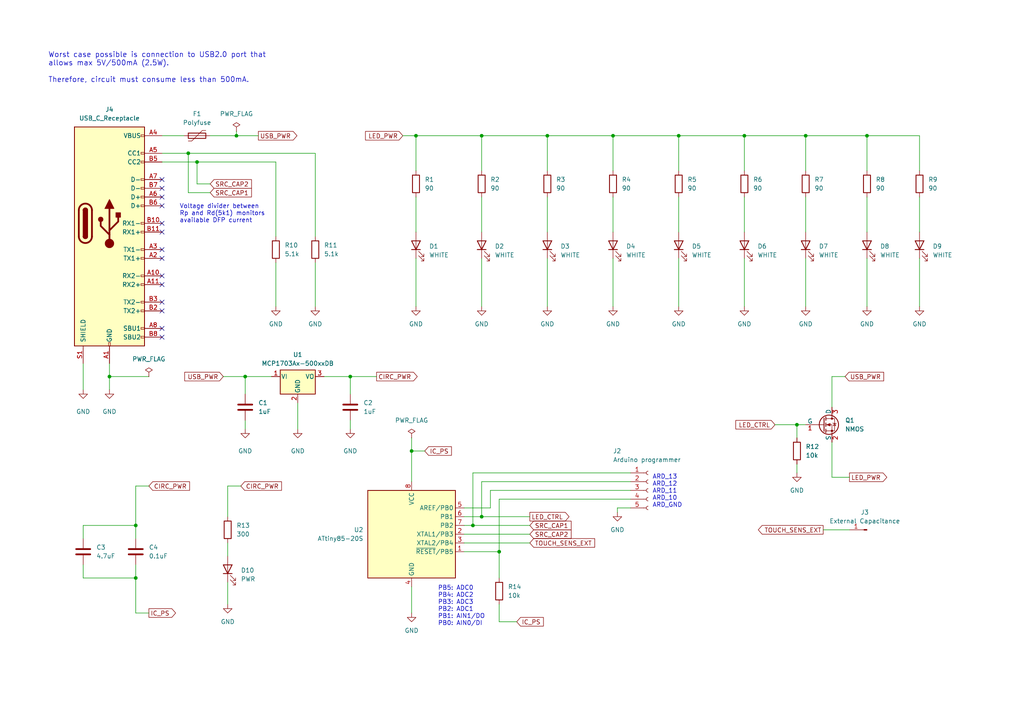
<source format=kicad_sch>
(kicad_sch (version 20230121) (generator eeschema)

  (uuid 49694771-7942-42f9-b994-64bce0ef5026)

  (paper "A4")

  (lib_symbols
    (symbol "Connector:Conn_01x01_Pin" (pin_names (offset 1.016) hide) (in_bom yes) (on_board yes)
      (property "Reference" "J" (at 0 2.54 0)
        (effects (font (size 1.27 1.27)))
      )
      (property "Value" "Conn_01x01_Pin" (at 0 -2.54 0)
        (effects (font (size 1.27 1.27)))
      )
      (property "Footprint" "" (at 0 0 0)
        (effects (font (size 1.27 1.27)) hide)
      )
      (property "Datasheet" "~" (at 0 0 0)
        (effects (font (size 1.27 1.27)) hide)
      )
      (property "ki_locked" "" (at 0 0 0)
        (effects (font (size 1.27 1.27)))
      )
      (property "ki_keywords" "connector" (at 0 0 0)
        (effects (font (size 1.27 1.27)) hide)
      )
      (property "ki_description" "Generic connector, single row, 01x01, script generated" (at 0 0 0)
        (effects (font (size 1.27 1.27)) hide)
      )
      (property "ki_fp_filters" "Connector*:*_1x??_*" (at 0 0 0)
        (effects (font (size 1.27 1.27)) hide)
      )
      (symbol "Conn_01x01_Pin_1_1"
        (polyline
          (pts
            (xy 1.27 0)
            (xy 0.8636 0)
          )
          (stroke (width 0.1524) (type default))
          (fill (type none))
        )
        (rectangle (start 0.8636 0.127) (end 0 -0.127)
          (stroke (width 0.1524) (type default))
          (fill (type outline))
        )
        (pin passive line (at 5.08 0 180) (length 3.81)
          (name "Pin_1" (effects (font (size 1.27 1.27))))
          (number "1" (effects (font (size 1.27 1.27))))
        )
      )
    )
    (symbol "Connector:Conn_01x05_Socket" (pin_names (offset 1.016) hide) (in_bom yes) (on_board yes)
      (property "Reference" "J" (at 0 7.62 0)
        (effects (font (size 1.27 1.27)))
      )
      (property "Value" "Conn_01x05_Socket" (at 0 -7.62 0)
        (effects (font (size 1.27 1.27)))
      )
      (property "Footprint" "" (at 0 0 0)
        (effects (font (size 1.27 1.27)) hide)
      )
      (property "Datasheet" "~" (at 0 0 0)
        (effects (font (size 1.27 1.27)) hide)
      )
      (property "ki_locked" "" (at 0 0 0)
        (effects (font (size 1.27 1.27)))
      )
      (property "ki_keywords" "connector" (at 0 0 0)
        (effects (font (size 1.27 1.27)) hide)
      )
      (property "ki_description" "Generic connector, single row, 01x05, script generated" (at 0 0 0)
        (effects (font (size 1.27 1.27)) hide)
      )
      (property "ki_fp_filters" "Connector*:*_1x??_*" (at 0 0 0)
        (effects (font (size 1.27 1.27)) hide)
      )
      (symbol "Conn_01x05_Socket_1_1"
        (arc (start 0 -4.572) (mid -0.5058 -5.08) (end 0 -5.588)
          (stroke (width 0.1524) (type default))
          (fill (type none))
        )
        (arc (start 0 -2.032) (mid -0.5058 -2.54) (end 0 -3.048)
          (stroke (width 0.1524) (type default))
          (fill (type none))
        )
        (polyline
          (pts
            (xy -1.27 -5.08)
            (xy -0.508 -5.08)
          )
          (stroke (width 0.1524) (type default))
          (fill (type none))
        )
        (polyline
          (pts
            (xy -1.27 -2.54)
            (xy -0.508 -2.54)
          )
          (stroke (width 0.1524) (type default))
          (fill (type none))
        )
        (polyline
          (pts
            (xy -1.27 0)
            (xy -0.508 0)
          )
          (stroke (width 0.1524) (type default))
          (fill (type none))
        )
        (polyline
          (pts
            (xy -1.27 2.54)
            (xy -0.508 2.54)
          )
          (stroke (width 0.1524) (type default))
          (fill (type none))
        )
        (polyline
          (pts
            (xy -1.27 5.08)
            (xy -0.508 5.08)
          )
          (stroke (width 0.1524) (type default))
          (fill (type none))
        )
        (arc (start 0 0.508) (mid -0.5058 0) (end 0 -0.508)
          (stroke (width 0.1524) (type default))
          (fill (type none))
        )
        (arc (start 0 3.048) (mid -0.5058 2.54) (end 0 2.032)
          (stroke (width 0.1524) (type default))
          (fill (type none))
        )
        (arc (start 0 5.588) (mid -0.5058 5.08) (end 0 4.572)
          (stroke (width 0.1524) (type default))
          (fill (type none))
        )
        (pin passive line (at -5.08 5.08 0) (length 3.81)
          (name "Pin_1" (effects (font (size 1.27 1.27))))
          (number "1" (effects (font (size 1.27 1.27))))
        )
        (pin passive line (at -5.08 2.54 0) (length 3.81)
          (name "Pin_2" (effects (font (size 1.27 1.27))))
          (number "2" (effects (font (size 1.27 1.27))))
        )
        (pin passive line (at -5.08 0 0) (length 3.81)
          (name "Pin_3" (effects (font (size 1.27 1.27))))
          (number "3" (effects (font (size 1.27 1.27))))
        )
        (pin passive line (at -5.08 -2.54 0) (length 3.81)
          (name "Pin_4" (effects (font (size 1.27 1.27))))
          (number "4" (effects (font (size 1.27 1.27))))
        )
        (pin passive line (at -5.08 -5.08 0) (length 3.81)
          (name "Pin_5" (effects (font (size 1.27 1.27))))
          (number "5" (effects (font (size 1.27 1.27))))
        )
      )
    )
    (symbol "Connector:USB_C_Receptacle" (pin_names (offset 1.016)) (in_bom yes) (on_board yes)
      (property "Reference" "J" (at -10.16 29.21 0)
        (effects (font (size 1.27 1.27)) (justify left))
      )
      (property "Value" "USB_C_Receptacle" (at 10.16 29.21 0)
        (effects (font (size 1.27 1.27)) (justify right))
      )
      (property "Footprint" "" (at 3.81 0 0)
        (effects (font (size 1.27 1.27)) hide)
      )
      (property "Datasheet" "https://www.usb.org/sites/default/files/documents/usb_type-c.zip" (at 3.81 0 0)
        (effects (font (size 1.27 1.27)) hide)
      )
      (property "ki_keywords" "usb universal serial bus type-C full-featured" (at 0 0 0)
        (effects (font (size 1.27 1.27)) hide)
      )
      (property "ki_description" "USB Full-Featured Type-C Receptacle connector" (at 0 0 0)
        (effects (font (size 1.27 1.27)) hide)
      )
      (property "ki_fp_filters" "USB*C*Receptacle*" (at 0 0 0)
        (effects (font (size 1.27 1.27)) hide)
      )
      (symbol "USB_C_Receptacle_0_0"
        (rectangle (start -0.254 -35.56) (end 0.254 -34.544)
          (stroke (width 0) (type default))
          (fill (type none))
        )
        (rectangle (start 10.16 -32.766) (end 9.144 -33.274)
          (stroke (width 0) (type default))
          (fill (type none))
        )
        (rectangle (start 10.16 -30.226) (end 9.144 -30.734)
          (stroke (width 0) (type default))
          (fill (type none))
        )
        (rectangle (start 10.16 -25.146) (end 9.144 -25.654)
          (stroke (width 0) (type default))
          (fill (type none))
        )
        (rectangle (start 10.16 -22.606) (end 9.144 -23.114)
          (stroke (width 0) (type default))
          (fill (type none))
        )
        (rectangle (start 10.16 -17.526) (end 9.144 -18.034)
          (stroke (width 0) (type default))
          (fill (type none))
        )
        (rectangle (start 10.16 -14.986) (end 9.144 -15.494)
          (stroke (width 0) (type default))
          (fill (type none))
        )
        (rectangle (start 10.16 -9.906) (end 9.144 -10.414)
          (stroke (width 0) (type default))
          (fill (type none))
        )
        (rectangle (start 10.16 -7.366) (end 9.144 -7.874)
          (stroke (width 0) (type default))
          (fill (type none))
        )
        (rectangle (start 10.16 -2.286) (end 9.144 -2.794)
          (stroke (width 0) (type default))
          (fill (type none))
        )
        (rectangle (start 10.16 0.254) (end 9.144 -0.254)
          (stroke (width 0) (type default))
          (fill (type none))
        )
        (rectangle (start 10.16 5.334) (end 9.144 4.826)
          (stroke (width 0) (type default))
          (fill (type none))
        )
        (rectangle (start 10.16 7.874) (end 9.144 7.366)
          (stroke (width 0) (type default))
          (fill (type none))
        )
        (rectangle (start 10.16 10.414) (end 9.144 9.906)
          (stroke (width 0) (type default))
          (fill (type none))
        )
        (rectangle (start 10.16 12.954) (end 9.144 12.446)
          (stroke (width 0) (type default))
          (fill (type none))
        )
        (rectangle (start 10.16 18.034) (end 9.144 17.526)
          (stroke (width 0) (type default))
          (fill (type none))
        )
        (rectangle (start 10.16 20.574) (end 9.144 20.066)
          (stroke (width 0) (type default))
          (fill (type none))
        )
        (rectangle (start 10.16 25.654) (end 9.144 25.146)
          (stroke (width 0) (type default))
          (fill (type none))
        )
      )
      (symbol "USB_C_Receptacle_0_1"
        (rectangle (start -10.16 27.94) (end 10.16 -35.56)
          (stroke (width 0.254) (type default))
          (fill (type background))
        )
        (arc (start -8.89 -3.81) (mid -6.985 -5.7067) (end -5.08 -3.81)
          (stroke (width 0.508) (type default))
          (fill (type none))
        )
        (arc (start -7.62 -3.81) (mid -6.985 -4.4423) (end -6.35 -3.81)
          (stroke (width 0.254) (type default))
          (fill (type none))
        )
        (arc (start -7.62 -3.81) (mid -6.985 -4.4423) (end -6.35 -3.81)
          (stroke (width 0.254) (type default))
          (fill (type outline))
        )
        (rectangle (start -7.62 -3.81) (end -6.35 3.81)
          (stroke (width 0.254) (type default))
          (fill (type outline))
        )
        (arc (start -6.35 3.81) (mid -6.985 4.4423) (end -7.62 3.81)
          (stroke (width 0.254) (type default))
          (fill (type none))
        )
        (arc (start -6.35 3.81) (mid -6.985 4.4423) (end -7.62 3.81)
          (stroke (width 0.254) (type default))
          (fill (type outline))
        )
        (arc (start -5.08 3.81) (mid -6.985 5.7067) (end -8.89 3.81)
          (stroke (width 0.508) (type default))
          (fill (type none))
        )
        (polyline
          (pts
            (xy -8.89 -3.81)
            (xy -8.89 3.81)
          )
          (stroke (width 0.508) (type default))
          (fill (type none))
        )
        (polyline
          (pts
            (xy -5.08 3.81)
            (xy -5.08 -3.81)
          )
          (stroke (width 0.508) (type default))
          (fill (type none))
        )
      )
      (symbol "USB_C_Receptacle_1_1"
        (circle (center -2.54 1.143) (radius 0.635)
          (stroke (width 0.254) (type default))
          (fill (type outline))
        )
        (circle (center 0 -5.842) (radius 1.27)
          (stroke (width 0) (type default))
          (fill (type outline))
        )
        (polyline
          (pts
            (xy 0 -5.842)
            (xy 0 4.318)
          )
          (stroke (width 0.508) (type default))
          (fill (type none))
        )
        (polyline
          (pts
            (xy 0 -3.302)
            (xy -2.54 -0.762)
            (xy -2.54 0.508)
          )
          (stroke (width 0.508) (type default))
          (fill (type none))
        )
        (polyline
          (pts
            (xy 0 -2.032)
            (xy 2.54 0.508)
            (xy 2.54 1.778)
          )
          (stroke (width 0.508) (type default))
          (fill (type none))
        )
        (polyline
          (pts
            (xy -1.27 4.318)
            (xy 0 6.858)
            (xy 1.27 4.318)
            (xy -1.27 4.318)
          )
          (stroke (width 0.254) (type default))
          (fill (type outline))
        )
        (rectangle (start 1.905 1.778) (end 3.175 3.048)
          (stroke (width 0.254) (type default))
          (fill (type outline))
        )
        (pin passive line (at 0 -40.64 90) (length 5.08)
          (name "GND" (effects (font (size 1.27 1.27))))
          (number "A1" (effects (font (size 1.27 1.27))))
        )
        (pin bidirectional line (at 15.24 -15.24 180) (length 5.08)
          (name "RX2-" (effects (font (size 1.27 1.27))))
          (number "A10" (effects (font (size 1.27 1.27))))
        )
        (pin bidirectional line (at 15.24 -17.78 180) (length 5.08)
          (name "RX2+" (effects (font (size 1.27 1.27))))
          (number "A11" (effects (font (size 1.27 1.27))))
        )
        (pin passive line (at 0 -40.64 90) (length 5.08) hide
          (name "GND" (effects (font (size 1.27 1.27))))
          (number "A12" (effects (font (size 1.27 1.27))))
        )
        (pin bidirectional line (at 15.24 -10.16 180) (length 5.08)
          (name "TX1+" (effects (font (size 1.27 1.27))))
          (number "A2" (effects (font (size 1.27 1.27))))
        )
        (pin bidirectional line (at 15.24 -7.62 180) (length 5.08)
          (name "TX1-" (effects (font (size 1.27 1.27))))
          (number "A3" (effects (font (size 1.27 1.27))))
        )
        (pin passive line (at 15.24 25.4 180) (length 5.08)
          (name "VBUS" (effects (font (size 1.27 1.27))))
          (number "A4" (effects (font (size 1.27 1.27))))
        )
        (pin bidirectional line (at 15.24 20.32 180) (length 5.08)
          (name "CC1" (effects (font (size 1.27 1.27))))
          (number "A5" (effects (font (size 1.27 1.27))))
        )
        (pin bidirectional line (at 15.24 7.62 180) (length 5.08)
          (name "D+" (effects (font (size 1.27 1.27))))
          (number "A6" (effects (font (size 1.27 1.27))))
        )
        (pin bidirectional line (at 15.24 12.7 180) (length 5.08)
          (name "D-" (effects (font (size 1.27 1.27))))
          (number "A7" (effects (font (size 1.27 1.27))))
        )
        (pin bidirectional line (at 15.24 -30.48 180) (length 5.08)
          (name "SBU1" (effects (font (size 1.27 1.27))))
          (number "A8" (effects (font (size 1.27 1.27))))
        )
        (pin passive line (at 15.24 25.4 180) (length 5.08) hide
          (name "VBUS" (effects (font (size 1.27 1.27))))
          (number "A9" (effects (font (size 1.27 1.27))))
        )
        (pin passive line (at 0 -40.64 90) (length 5.08) hide
          (name "GND" (effects (font (size 1.27 1.27))))
          (number "B1" (effects (font (size 1.27 1.27))))
        )
        (pin bidirectional line (at 15.24 0 180) (length 5.08)
          (name "RX1-" (effects (font (size 1.27 1.27))))
          (number "B10" (effects (font (size 1.27 1.27))))
        )
        (pin bidirectional line (at 15.24 -2.54 180) (length 5.08)
          (name "RX1+" (effects (font (size 1.27 1.27))))
          (number "B11" (effects (font (size 1.27 1.27))))
        )
        (pin passive line (at 0 -40.64 90) (length 5.08) hide
          (name "GND" (effects (font (size 1.27 1.27))))
          (number "B12" (effects (font (size 1.27 1.27))))
        )
        (pin bidirectional line (at 15.24 -25.4 180) (length 5.08)
          (name "TX2+" (effects (font (size 1.27 1.27))))
          (number "B2" (effects (font (size 1.27 1.27))))
        )
        (pin bidirectional line (at 15.24 -22.86 180) (length 5.08)
          (name "TX2-" (effects (font (size 1.27 1.27))))
          (number "B3" (effects (font (size 1.27 1.27))))
        )
        (pin passive line (at 15.24 25.4 180) (length 5.08) hide
          (name "VBUS" (effects (font (size 1.27 1.27))))
          (number "B4" (effects (font (size 1.27 1.27))))
        )
        (pin bidirectional line (at 15.24 17.78 180) (length 5.08)
          (name "CC2" (effects (font (size 1.27 1.27))))
          (number "B5" (effects (font (size 1.27 1.27))))
        )
        (pin bidirectional line (at 15.24 5.08 180) (length 5.08)
          (name "D+" (effects (font (size 1.27 1.27))))
          (number "B6" (effects (font (size 1.27 1.27))))
        )
        (pin bidirectional line (at 15.24 10.16 180) (length 5.08)
          (name "D-" (effects (font (size 1.27 1.27))))
          (number "B7" (effects (font (size 1.27 1.27))))
        )
        (pin bidirectional line (at 15.24 -33.02 180) (length 5.08)
          (name "SBU2" (effects (font (size 1.27 1.27))))
          (number "B8" (effects (font (size 1.27 1.27))))
        )
        (pin passive line (at 15.24 25.4 180) (length 5.08) hide
          (name "VBUS" (effects (font (size 1.27 1.27))))
          (number "B9" (effects (font (size 1.27 1.27))))
        )
        (pin passive line (at -7.62 -40.64 90) (length 5.08)
          (name "SHIELD" (effects (font (size 1.27 1.27))))
          (number "S1" (effects (font (size 1.27 1.27))))
        )
      )
    )
    (symbol "Device:C" (pin_numbers hide) (pin_names (offset 0.254)) (in_bom yes) (on_board yes)
      (property "Reference" "C" (at 0.635 2.54 0)
        (effects (font (size 1.27 1.27)) (justify left))
      )
      (property "Value" "C" (at 0.635 -2.54 0)
        (effects (font (size 1.27 1.27)) (justify left))
      )
      (property "Footprint" "" (at 0.9652 -3.81 0)
        (effects (font (size 1.27 1.27)) hide)
      )
      (property "Datasheet" "~" (at 0 0 0)
        (effects (font (size 1.27 1.27)) hide)
      )
      (property "ki_keywords" "cap capacitor" (at 0 0 0)
        (effects (font (size 1.27 1.27)) hide)
      )
      (property "ki_description" "Unpolarized capacitor" (at 0 0 0)
        (effects (font (size 1.27 1.27)) hide)
      )
      (property "ki_fp_filters" "C_*" (at 0 0 0)
        (effects (font (size 1.27 1.27)) hide)
      )
      (symbol "C_0_1"
        (polyline
          (pts
            (xy -2.032 -0.762)
            (xy 2.032 -0.762)
          )
          (stroke (width 0.508) (type default))
          (fill (type none))
        )
        (polyline
          (pts
            (xy -2.032 0.762)
            (xy 2.032 0.762)
          )
          (stroke (width 0.508) (type default))
          (fill (type none))
        )
      )
      (symbol "C_1_1"
        (pin passive line (at 0 3.81 270) (length 2.794)
          (name "~" (effects (font (size 1.27 1.27))))
          (number "1" (effects (font (size 1.27 1.27))))
        )
        (pin passive line (at 0 -3.81 90) (length 2.794)
          (name "~" (effects (font (size 1.27 1.27))))
          (number "2" (effects (font (size 1.27 1.27))))
        )
      )
    )
    (symbol "Device:LED" (pin_numbers hide) (pin_names (offset 1.016) hide) (in_bom yes) (on_board yes)
      (property "Reference" "D" (at 0 2.54 0)
        (effects (font (size 1.27 1.27)))
      )
      (property "Value" "LED" (at 0 -2.54 0)
        (effects (font (size 1.27 1.27)))
      )
      (property "Footprint" "" (at 0 0 0)
        (effects (font (size 1.27 1.27)) hide)
      )
      (property "Datasheet" "~" (at 0 0 0)
        (effects (font (size 1.27 1.27)) hide)
      )
      (property "ki_keywords" "LED diode" (at 0 0 0)
        (effects (font (size 1.27 1.27)) hide)
      )
      (property "ki_description" "Light emitting diode" (at 0 0 0)
        (effects (font (size 1.27 1.27)) hide)
      )
      (property "ki_fp_filters" "LED* LED_SMD:* LED_THT:*" (at 0 0 0)
        (effects (font (size 1.27 1.27)) hide)
      )
      (symbol "LED_0_1"
        (polyline
          (pts
            (xy -1.27 -1.27)
            (xy -1.27 1.27)
          )
          (stroke (width 0.254) (type default))
          (fill (type none))
        )
        (polyline
          (pts
            (xy -1.27 0)
            (xy 1.27 0)
          )
          (stroke (width 0) (type default))
          (fill (type none))
        )
        (polyline
          (pts
            (xy 1.27 -1.27)
            (xy 1.27 1.27)
            (xy -1.27 0)
            (xy 1.27 -1.27)
          )
          (stroke (width 0.254) (type default))
          (fill (type none))
        )
        (polyline
          (pts
            (xy -3.048 -0.762)
            (xy -4.572 -2.286)
            (xy -3.81 -2.286)
            (xy -4.572 -2.286)
            (xy -4.572 -1.524)
          )
          (stroke (width 0) (type default))
          (fill (type none))
        )
        (polyline
          (pts
            (xy -1.778 -0.762)
            (xy -3.302 -2.286)
            (xy -2.54 -2.286)
            (xy -3.302 -2.286)
            (xy -3.302 -1.524)
          )
          (stroke (width 0) (type default))
          (fill (type none))
        )
      )
      (symbol "LED_1_1"
        (pin passive line (at -3.81 0 0) (length 2.54)
          (name "K" (effects (font (size 1.27 1.27))))
          (number "1" (effects (font (size 1.27 1.27))))
        )
        (pin passive line (at 3.81 0 180) (length 2.54)
          (name "A" (effects (font (size 1.27 1.27))))
          (number "2" (effects (font (size 1.27 1.27))))
        )
      )
    )
    (symbol "Device:Polyfuse" (pin_numbers hide) (pin_names (offset 0)) (in_bom yes) (on_board yes)
      (property "Reference" "F" (at -2.54 0 90)
        (effects (font (size 1.27 1.27)))
      )
      (property "Value" "Polyfuse" (at 2.54 0 90)
        (effects (font (size 1.27 1.27)))
      )
      (property "Footprint" "" (at 1.27 -5.08 0)
        (effects (font (size 1.27 1.27)) (justify left) hide)
      )
      (property "Datasheet" "~" (at 0 0 0)
        (effects (font (size 1.27 1.27)) hide)
      )
      (property "ki_keywords" "resettable fuse PTC PPTC polyfuse polyswitch" (at 0 0 0)
        (effects (font (size 1.27 1.27)) hide)
      )
      (property "ki_description" "Resettable fuse, polymeric positive temperature coefficient" (at 0 0 0)
        (effects (font (size 1.27 1.27)) hide)
      )
      (property "ki_fp_filters" "*polyfuse* *PTC*" (at 0 0 0)
        (effects (font (size 1.27 1.27)) hide)
      )
      (symbol "Polyfuse_0_1"
        (rectangle (start -0.762 2.54) (end 0.762 -2.54)
          (stroke (width 0.254) (type default))
          (fill (type none))
        )
        (polyline
          (pts
            (xy 0 2.54)
            (xy 0 -2.54)
          )
          (stroke (width 0) (type default))
          (fill (type none))
        )
        (polyline
          (pts
            (xy -1.524 2.54)
            (xy -1.524 1.524)
            (xy 1.524 -1.524)
            (xy 1.524 -2.54)
          )
          (stroke (width 0) (type default))
          (fill (type none))
        )
      )
      (symbol "Polyfuse_1_1"
        (pin passive line (at 0 3.81 270) (length 1.27)
          (name "~" (effects (font (size 1.27 1.27))))
          (number "1" (effects (font (size 1.27 1.27))))
        )
        (pin passive line (at 0 -3.81 90) (length 1.27)
          (name "~" (effects (font (size 1.27 1.27))))
          (number "2" (effects (font (size 1.27 1.27))))
        )
      )
    )
    (symbol "Device:R" (pin_numbers hide) (pin_names (offset 0)) (in_bom yes) (on_board yes)
      (property "Reference" "R" (at 2.032 0 90)
        (effects (font (size 1.27 1.27)))
      )
      (property "Value" "R" (at 0 0 90)
        (effects (font (size 1.27 1.27)))
      )
      (property "Footprint" "" (at -1.778 0 90)
        (effects (font (size 1.27 1.27)) hide)
      )
      (property "Datasheet" "~" (at 0 0 0)
        (effects (font (size 1.27 1.27)) hide)
      )
      (property "ki_keywords" "R res resistor" (at 0 0 0)
        (effects (font (size 1.27 1.27)) hide)
      )
      (property "ki_description" "Resistor" (at 0 0 0)
        (effects (font (size 1.27 1.27)) hide)
      )
      (property "ki_fp_filters" "R_*" (at 0 0 0)
        (effects (font (size 1.27 1.27)) hide)
      )
      (symbol "R_0_1"
        (rectangle (start -1.016 -2.54) (end 1.016 2.54)
          (stroke (width 0.254) (type default))
          (fill (type none))
        )
      )
      (symbol "R_1_1"
        (pin passive line (at 0 3.81 270) (length 1.27)
          (name "~" (effects (font (size 1.27 1.27))))
          (number "1" (effects (font (size 1.27 1.27))))
        )
        (pin passive line (at 0 -3.81 90) (length 1.27)
          (name "~" (effects (font (size 1.27 1.27))))
          (number "2" (effects (font (size 1.27 1.27))))
        )
      )
    )
    (symbol "MCU_Microchip_ATtiny:ATtiny85-20S" (in_bom yes) (on_board yes)
      (property "Reference" "U" (at -12.7 13.97 0)
        (effects (font (size 1.27 1.27)) (justify left bottom))
      )
      (property "Value" "ATtiny85-20S" (at 2.54 -13.97 0)
        (effects (font (size 1.27 1.27)) (justify left top))
      )
      (property "Footprint" "Package_SO:SOIC-8W_5.3x5.3mm_P1.27mm" (at 0 0 0)
        (effects (font (size 1.27 1.27) italic) hide)
      )
      (property "Datasheet" "http://ww1.microchip.com/downloads/en/DeviceDoc/atmel-2586-avr-8-bit-microcontroller-attiny25-attiny45-attiny85_datasheet.pdf" (at 0 0 0)
        (effects (font (size 1.27 1.27)) hide)
      )
      (property "ki_keywords" "AVR 8bit Microcontroller tinyAVR" (at 0 0 0)
        (effects (font (size 1.27 1.27)) hide)
      )
      (property "ki_description" "20MHz, 8kB Flash, 512B SRAM, 512B EEPROM, debugWIRE, SOIC-8W" (at 0 0 0)
        (effects (font (size 1.27 1.27)) hide)
      )
      (property "ki_fp_filters" "SOIC*5.3x5.3mm*P1.27mm*" (at 0 0 0)
        (effects (font (size 1.27 1.27)) hide)
      )
      (symbol "ATtiny85-20S_0_1"
        (rectangle (start -12.7 -12.7) (end 12.7 12.7)
          (stroke (width 0.254) (type default))
          (fill (type background))
        )
      )
      (symbol "ATtiny85-20S_1_1"
        (pin bidirectional line (at 15.24 -5.08 180) (length 2.54)
          (name "~{RESET}/PB5" (effects (font (size 1.27 1.27))))
          (number "1" (effects (font (size 1.27 1.27))))
        )
        (pin bidirectional line (at 15.24 0 180) (length 2.54)
          (name "XTAL1/PB3" (effects (font (size 1.27 1.27))))
          (number "2" (effects (font (size 1.27 1.27))))
        )
        (pin bidirectional line (at 15.24 -2.54 180) (length 2.54)
          (name "XTAL2/PB4" (effects (font (size 1.27 1.27))))
          (number "3" (effects (font (size 1.27 1.27))))
        )
        (pin power_in line (at 0 -15.24 90) (length 2.54)
          (name "GND" (effects (font (size 1.27 1.27))))
          (number "4" (effects (font (size 1.27 1.27))))
        )
        (pin bidirectional line (at 15.24 7.62 180) (length 2.54)
          (name "AREF/PB0" (effects (font (size 1.27 1.27))))
          (number "5" (effects (font (size 1.27 1.27))))
        )
        (pin bidirectional line (at 15.24 5.08 180) (length 2.54)
          (name "PB1" (effects (font (size 1.27 1.27))))
          (number "6" (effects (font (size 1.27 1.27))))
        )
        (pin bidirectional line (at 15.24 2.54 180) (length 2.54)
          (name "PB2" (effects (font (size 1.27 1.27))))
          (number "7" (effects (font (size 1.27 1.27))))
        )
        (pin power_in line (at 0 15.24 270) (length 2.54)
          (name "VCC" (effects (font (size 1.27 1.27))))
          (number "8" (effects (font (size 1.27 1.27))))
        )
      )
    )
    (symbol "Regulator_Linear:MCP1703Ax-500xxDB" (pin_names (offset 0.254)) (in_bom yes) (on_board yes)
      (property "Reference" "U" (at -3.81 3.175 0)
        (effects (font (size 1.27 1.27)))
      )
      (property "Value" "MCP1703Ax-500xxDB" (at 0 3.175 0)
        (effects (font (size 1.27 1.27)) (justify left))
      )
      (property "Footprint" "Package_TO_SOT_SMD:SOT-223-3_TabPin2" (at 0 5.08 0)
        (effects (font (size 1.27 1.27)) hide)
      )
      (property "Datasheet" "http://ww1.microchip.com/downloads/en/DeviceDoc/20005122B.pdf" (at 0 -1.27 0)
        (effects (font (size 1.27 1.27)) hide)
      )
      (property "ki_keywords" "REGULATOR LDO" (at 0 0 0)
        (effects (font (size 1.27 1.27)) hide)
      )
      (property "ki_description" "Low Quiescent Current LDO Regulator, 5.0V, 250mA, Vin<=16V, SOT-223" (at 0 0 0)
        (effects (font (size 1.27 1.27)) hide)
      )
      (property "ki_fp_filters" "SOT?223*TabPin2*" (at 0 0 0)
        (effects (font (size 1.27 1.27)) hide)
      )
      (symbol "MCP1703Ax-500xxDB_0_1"
        (rectangle (start -5.08 -5.08) (end 5.08 1.905)
          (stroke (width 0.254) (type default))
          (fill (type background))
        )
      )
      (symbol "MCP1703Ax-500xxDB_1_1"
        (pin power_in line (at -7.62 0 0) (length 2.54)
          (name "VI" (effects (font (size 1.27 1.27))))
          (number "1" (effects (font (size 1.27 1.27))))
        )
        (pin power_in line (at 0 -7.62 90) (length 2.54)
          (name "GND" (effects (font (size 1.27 1.27))))
          (number "2" (effects (font (size 1.27 1.27))))
        )
        (pin power_out line (at 7.62 0 180) (length 2.54)
          (name "VO" (effects (font (size 1.27 1.27))))
          (number "3" (effects (font (size 1.27 1.27))))
        )
      )
    )
    (symbol "Simulation_SPICE:NMOS" (pin_names (offset 0)) (in_bom yes) (on_board yes)
      (property "Reference" "Q1" (at 6.35 1.27 0)
        (effects (font (size 1.27 1.27)) (justify left))
      )
      (property "Value" "NMOS" (at 6.35 -1.27 0)
        (effects (font (size 1.27 1.27)) (justify left))
      )
      (property "Footprint" "Package_TO_SOT_SMD:SuperSOT-3" (at 5.08 2.54 0)
        (effects (font (size 1.27 1.27)) hide)
      )
      (property "Datasheet" "https://ngspice.sourceforge.io/docs/ngspice-manual.pdf" (at 0 -12.7 0)
        (effects (font (size 1.27 1.27)) hide)
      )
      (property "Sim.Device" "NMOS" (at 0 -17.145 0)
        (effects (font (size 1.27 1.27)) hide)
      )
      (property "Sim.Type" "VDMOS" (at 0 -19.05 0)
        (effects (font (size 1.27 1.27)) hide)
      )
      (property "Sim.Pins" "1=D 2=G 3=S" (at 0 -15.24 0)
        (effects (font (size 1.27 1.27)) hide)
      )
      (property "ki_keywords" "transistor NMOS N-MOS N-MOSFET simulation" (at 0 0 0)
        (effects (font (size 1.27 1.27)) hide)
      )
      (property "ki_description" "N-MOSFET transistor, drain/source/gate" (at 0 0 0)
        (effects (font (size 1.27 1.27)) hide)
      )
      (symbol "NMOS_0_1"
        (polyline
          (pts
            (xy 0.254 0)
            (xy -2.54 0)
          )
          (stroke (width 0) (type default))
          (fill (type none))
        )
        (polyline
          (pts
            (xy 0.254 1.905)
            (xy 0.254 -1.905)
          )
          (stroke (width 0.254) (type default))
          (fill (type none))
        )
        (polyline
          (pts
            (xy 0.762 -1.27)
            (xy 0.762 -2.286)
          )
          (stroke (width 0.254) (type default))
          (fill (type none))
        )
        (polyline
          (pts
            (xy 0.762 0.508)
            (xy 0.762 -0.508)
          )
          (stroke (width 0.254) (type default))
          (fill (type none))
        )
        (polyline
          (pts
            (xy 0.762 2.286)
            (xy 0.762 1.27)
          )
          (stroke (width 0.254) (type default))
          (fill (type none))
        )
        (polyline
          (pts
            (xy 2.54 2.54)
            (xy 2.54 1.778)
          )
          (stroke (width 0) (type default))
          (fill (type none))
        )
        (polyline
          (pts
            (xy 2.54 -2.54)
            (xy 2.54 0)
            (xy 0.762 0)
          )
          (stroke (width 0) (type default))
          (fill (type none))
        )
        (polyline
          (pts
            (xy 0.762 -1.778)
            (xy 3.302 -1.778)
            (xy 3.302 1.778)
            (xy 0.762 1.778)
          )
          (stroke (width 0) (type default))
          (fill (type none))
        )
        (polyline
          (pts
            (xy 1.016 0)
            (xy 2.032 0.381)
            (xy 2.032 -0.381)
            (xy 1.016 0)
          )
          (stroke (width 0) (type default))
          (fill (type outline))
        )
        (polyline
          (pts
            (xy 2.794 0.508)
            (xy 2.921 0.381)
            (xy 3.683 0.381)
            (xy 3.81 0.254)
          )
          (stroke (width 0) (type default))
          (fill (type none))
        )
        (polyline
          (pts
            (xy 3.302 0.381)
            (xy 2.921 -0.254)
            (xy 3.683 -0.254)
            (xy 3.302 0.381)
          )
          (stroke (width 0) (type default))
          (fill (type none))
        )
        (circle (center 1.651 0) (radius 2.794)
          (stroke (width 0.254) (type default))
          (fill (type none))
        )
        (circle (center 2.54 -1.778) (radius 0.254)
          (stroke (width 0) (type default))
          (fill (type outline))
        )
        (circle (center 2.54 1.778) (radius 0.254)
          (stroke (width 0) (type default))
          (fill (type outline))
        )
      )
      (symbol "NMOS_1_1"
        (pin input line (at -5.08 0 0) (length 2.54)
          (name "G" (effects (font (size 1.27 1.27))))
          (number "1" (effects (font (size 1.27 1.27))))
        )
        (pin passive line (at 2.54 -5.08 90) (length 2.54)
          (name "S" (effects (font (size 1.27 1.27))))
          (number "2" (effects (font (size 1.27 1.27))))
        )
        (pin passive line (at 2.54 5.08 270) (length 2.54)
          (name "D" (effects (font (size 1.27 1.27))))
          (number "3" (effects (font (size 1.27 1.27))))
        )
      )
    )
    (symbol "power:GND" (power) (pin_names (offset 0)) (in_bom yes) (on_board yes)
      (property "Reference" "#PWR" (at 0 -6.35 0)
        (effects (font (size 1.27 1.27)) hide)
      )
      (property "Value" "GND" (at 0 -3.81 0)
        (effects (font (size 1.27 1.27)))
      )
      (property "Footprint" "" (at 0 0 0)
        (effects (font (size 1.27 1.27)) hide)
      )
      (property "Datasheet" "" (at 0 0 0)
        (effects (font (size 1.27 1.27)) hide)
      )
      (property "ki_keywords" "global power" (at 0 0 0)
        (effects (font (size 1.27 1.27)) hide)
      )
      (property "ki_description" "Power symbol creates a global label with name \"GND\" , ground" (at 0 0 0)
        (effects (font (size 1.27 1.27)) hide)
      )
      (symbol "GND_0_1"
        (polyline
          (pts
            (xy 0 0)
            (xy 0 -1.27)
            (xy 1.27 -1.27)
            (xy 0 -2.54)
            (xy -1.27 -1.27)
            (xy 0 -1.27)
          )
          (stroke (width 0) (type default))
          (fill (type none))
        )
      )
      (symbol "GND_1_1"
        (pin power_in line (at 0 0 270) (length 0) hide
          (name "GND" (effects (font (size 1.27 1.27))))
          (number "1" (effects (font (size 1.27 1.27))))
        )
      )
    )
    (symbol "power:PWR_FLAG" (power) (pin_numbers hide) (pin_names (offset 0) hide) (in_bom yes) (on_board yes)
      (property "Reference" "#FLG" (at 0 1.905 0)
        (effects (font (size 1.27 1.27)) hide)
      )
      (property "Value" "PWR_FLAG" (at 0 3.81 0)
        (effects (font (size 1.27 1.27)))
      )
      (property "Footprint" "" (at 0 0 0)
        (effects (font (size 1.27 1.27)) hide)
      )
      (property "Datasheet" "~" (at 0 0 0)
        (effects (font (size 1.27 1.27)) hide)
      )
      (property "ki_keywords" "flag power" (at 0 0 0)
        (effects (font (size 1.27 1.27)) hide)
      )
      (property "ki_description" "Special symbol for telling ERC where power comes from" (at 0 0 0)
        (effects (font (size 1.27 1.27)) hide)
      )
      (symbol "PWR_FLAG_0_0"
        (pin power_out line (at 0 0 90) (length 0)
          (name "pwr" (effects (font (size 1.27 1.27))))
          (number "1" (effects (font (size 1.27 1.27))))
        )
      )
      (symbol "PWR_FLAG_0_1"
        (polyline
          (pts
            (xy 0 0)
            (xy 0 1.27)
            (xy -1.016 1.905)
            (xy 0 2.54)
            (xy 1.016 1.905)
            (xy 0 1.27)
          )
          (stroke (width 0) (type default))
          (fill (type none))
        )
      )
    )
  )

  (junction (at 31.75 109.22) (diameter 0) (color 0 0 0 0)
    (uuid 00a01120-6265-42e7-aebf-7b96dba58f05)
  )
  (junction (at 120.65 39.37) (diameter 0) (color 0 0 0 0)
    (uuid 300c1552-5993-4036-aa92-332097979bfd)
  )
  (junction (at 158.75 39.37) (diameter 0) (color 0 0 0 0)
    (uuid 3337d0b5-42e5-4fee-8605-0acd5a819a75)
  )
  (junction (at 39.37 167.64) (diameter 0) (color 0 0 0 0)
    (uuid 3a8022bb-850a-450a-a3bd-d37dd2fb972b)
  )
  (junction (at 119.38 130.81) (diameter 0) (color 0 0 0 0)
    (uuid 3a86a5c3-a0d8-4061-afd8-528df4234f1f)
  )
  (junction (at 251.46 39.37) (diameter 0) (color 0 0 0 0)
    (uuid 3d7992aa-d8ec-4999-a32c-a24c92811407)
  )
  (junction (at 137.16 152.4) (diameter 0) (color 0 0 0 0)
    (uuid 5ef6f066-87f6-43f7-a6aa-2bfd363e5425)
  )
  (junction (at 68.58 39.37) (diameter 0) (color 0 0 0 0)
    (uuid 600eff7b-9a70-4552-bad1-aae0057bd0e6)
  )
  (junction (at 39.37 152.4) (diameter 0) (color 0 0 0 0)
    (uuid 60ba99c6-2b5b-4f4f-8426-deb8477be0ae)
  )
  (junction (at 139.7 149.86) (diameter 0) (color 0 0 0 0)
    (uuid 624c0445-eabf-48c3-a484-1f2f2918810a)
  )
  (junction (at 144.78 160.02) (diameter 0) (color 0 0 0 0)
    (uuid 6afb0434-44c3-454b-a46a-2a9734eb93ae)
  )
  (junction (at 54.61 44.45) (diameter 0) (color 0 0 0 0)
    (uuid 7fd8b4d0-5c98-43b5-8a02-43cf2b44924d)
  )
  (junction (at 215.9 39.37) (diameter 0) (color 0 0 0 0)
    (uuid 95e2f34d-a3c3-4ff8-ac9f-1f420205a5c9)
  )
  (junction (at 233.68 39.37) (diameter 0) (color 0 0 0 0)
    (uuid 9f14bdfd-2689-470f-915d-b7aef7afc277)
  )
  (junction (at 101.6 109.22) (diameter 0) (color 0 0 0 0)
    (uuid b1f4806b-9cf5-4dcf-b42e-d193016638ce)
  )
  (junction (at 177.8 39.37) (diameter 0) (color 0 0 0 0)
    (uuid c3652470-ddf3-437b-a7e2-1ab4c2cf4911)
  )
  (junction (at 231.14 123.19) (diameter 0) (color 0 0 0 0)
    (uuid c7859c70-2f60-405f-888c-2faf08b77fdd)
  )
  (junction (at 57.15 46.99) (diameter 0) (color 0 0 0 0)
    (uuid cfe5bb42-8896-496c-9602-a61360545478)
  )
  (junction (at 196.85 39.37) (diameter 0) (color 0 0 0 0)
    (uuid f071debc-badf-4ed5-b660-353af721e4e1)
  )
  (junction (at 139.7 39.37) (diameter 0) (color 0 0 0 0)
    (uuid f13d767d-4040-4d11-a358-4412237d264e)
  )
  (junction (at 71.12 109.22) (diameter 0) (color 0 0 0 0)
    (uuid f2dbe143-5f3b-4e10-b09e-a77cd0aca1c5)
  )

  (no_connect (at 46.99 97.79) (uuid 04e47ec0-c211-45c2-809d-87aff7021728))
  (no_connect (at 46.99 57.15) (uuid 09ced2c4-9077-4099-b311-962807ba05ba))
  (no_connect (at 46.99 54.61) (uuid 1ab73d94-693e-4dd5-8b08-b4683fbec87a))
  (no_connect (at 46.99 72.39) (uuid 28a70802-fd88-462b-ae35-271544b480f4))
  (no_connect (at 46.99 64.77) (uuid 36b07823-2fab-4417-8fb1-2064b24a5994))
  (no_connect (at 46.99 59.69) (uuid 4484e746-56b7-49d0-84e3-3ce323110432))
  (no_connect (at 46.99 80.01) (uuid 7e418c47-bd64-4ca4-87fe-60438d6e39a2))
  (no_connect (at 46.99 74.93) (uuid 8a459079-d2d7-45d6-b0c4-9793e72ef269))
  (no_connect (at 46.99 82.55) (uuid b0e6eeba-1b0e-4c80-93c1-a1cdc3915579))
  (no_connect (at 46.99 95.25) (uuid bc0301c4-32e2-488b-af21-e72aa00df460))
  (no_connect (at 46.99 52.07) (uuid c07199a8-57b3-4c2e-95ac-93b75607614a))
  (no_connect (at 46.99 90.17) (uuid c59afbed-a501-4895-b6eb-6188722d9578))
  (no_connect (at 46.99 87.63) (uuid cd505aed-9cb3-4eee-96c3-8e4ad6bf2af1))
  (no_connect (at 46.99 67.31) (uuid daa582fa-8147-4676-ac26-dcd4f1982984))

  (wire (pts (xy 266.7 39.37) (xy 266.7 49.53))
    (stroke (width 0) (type default))
    (uuid 0465cf5a-3cb0-4304-9f4d-4986da81dfab)
  )
  (wire (pts (xy 196.85 74.93) (xy 196.85 88.9))
    (stroke (width 0) (type default))
    (uuid 077a547b-8b81-4b3c-aa83-6ccfdd4fd6a2)
  )
  (wire (pts (xy 39.37 167.64) (xy 39.37 177.8))
    (stroke (width 0) (type default))
    (uuid 07d11221-48e2-4e68-9090-ab9dc205fc8a)
  )
  (wire (pts (xy 158.75 39.37) (xy 158.75 49.53))
    (stroke (width 0) (type default))
    (uuid 09b16252-3d08-48ae-9296-5f014716da6e)
  )
  (wire (pts (xy 241.3 128.27) (xy 241.3 138.43))
    (stroke (width 0) (type default))
    (uuid 0b156ad8-b218-4ce5-ad8a-4b82809ebf06)
  )
  (wire (pts (xy 46.99 46.99) (xy 57.15 46.99))
    (stroke (width 0) (type default))
    (uuid 0b90e64a-614e-4107-bd9e-33c05fc56f78)
  )
  (wire (pts (xy 91.44 76.2) (xy 91.44 88.9))
    (stroke (width 0) (type default))
    (uuid 0eb2648f-1f15-42b4-8c8c-d256905e9346)
  )
  (wire (pts (xy 137.16 137.16) (xy 182.88 137.16))
    (stroke (width 0) (type default))
    (uuid 14907a05-5610-4347-9ede-1b5868848ee1)
  )
  (wire (pts (xy 233.68 123.19) (xy 231.14 123.19))
    (stroke (width 0) (type default))
    (uuid 16f88335-6468-41e8-8b68-9b6bb8a32e01)
  )
  (wire (pts (xy 39.37 140.97) (xy 39.37 152.4))
    (stroke (width 0) (type default))
    (uuid 1831a845-e31e-4fb2-96b9-841d121930ab)
  )
  (wire (pts (xy 119.38 127) (xy 119.38 130.81))
    (stroke (width 0) (type default))
    (uuid 1cf6d690-a3f2-4222-8785-23ba7c3b92cb)
  )
  (wire (pts (xy 46.99 44.45) (xy 54.61 44.45))
    (stroke (width 0) (type default))
    (uuid 1eb1b1ac-d7d8-4c93-9535-e1003b29d9ce)
  )
  (wire (pts (xy 241.3 138.43) (xy 246.38 138.43))
    (stroke (width 0) (type default))
    (uuid 22010232-d752-428a-93a4-30b846f2fb04)
  )
  (wire (pts (xy 137.16 137.16) (xy 137.16 152.4))
    (stroke (width 0) (type default))
    (uuid 22867fa9-7e7d-4bf9-90e7-092f7de61245)
  )
  (wire (pts (xy 139.7 149.86) (xy 153.67 149.86))
    (stroke (width 0) (type default))
    (uuid 25d6c2aa-b14d-437c-a921-48e07969968d)
  )
  (wire (pts (xy 139.7 74.93) (xy 139.7 88.9))
    (stroke (width 0) (type default))
    (uuid 2a60c050-1224-46a2-b7e6-5853828fda04)
  )
  (wire (pts (xy 144.78 160.02) (xy 144.78 167.64))
    (stroke (width 0) (type default))
    (uuid 2ee5a0de-c6e8-4488-8b03-38d15395453b)
  )
  (wire (pts (xy 144.78 144.78) (xy 182.88 144.78))
    (stroke (width 0) (type default))
    (uuid 3132b70a-ad04-4934-8694-f39a8d5e7135)
  )
  (wire (pts (xy 120.65 49.53) (xy 120.65 39.37))
    (stroke (width 0) (type default))
    (uuid 342363af-c49e-4fdb-8f30-d91863899f19)
  )
  (wire (pts (xy 93.98 109.22) (xy 101.6 109.22))
    (stroke (width 0) (type default))
    (uuid 3445a73a-9f5a-49a8-bca8-6e550212592c)
  )
  (wire (pts (xy 142.24 142.24) (xy 182.88 142.24))
    (stroke (width 0) (type default))
    (uuid 34f6eda7-fa07-437a-a55e-40a19a8ed65a)
  )
  (wire (pts (xy 57.15 46.99) (xy 80.01 46.99))
    (stroke (width 0) (type default))
    (uuid 36c8768f-bcb8-4424-b7b8-f15679c1564c)
  )
  (wire (pts (xy 144.78 144.78) (xy 144.78 160.02))
    (stroke (width 0) (type default))
    (uuid 3795f4f6-fc41-477a-b820-e7bc57640c2a)
  )
  (wire (pts (xy 215.9 39.37) (xy 215.9 49.53))
    (stroke (width 0) (type default))
    (uuid 3b9d3f06-2b50-4903-b3d5-d343f16e6ad7)
  )
  (wire (pts (xy 39.37 177.8) (xy 43.18 177.8))
    (stroke (width 0) (type default))
    (uuid 3ea4052b-3102-478e-8e14-a4eb8b345917)
  )
  (wire (pts (xy 119.38 170.18) (xy 119.38 177.8))
    (stroke (width 0) (type default))
    (uuid 4144e118-01de-4569-a61a-3a1e94165ca8)
  )
  (wire (pts (xy 231.14 134.62) (xy 231.14 137.16))
    (stroke (width 0) (type default))
    (uuid 428eda78-6cf1-45bd-923c-ee48ae09b10f)
  )
  (wire (pts (xy 224.79 123.19) (xy 231.14 123.19))
    (stroke (width 0) (type default))
    (uuid 429509fa-28d3-4704-be66-db14919bf8b3)
  )
  (wire (pts (xy 158.75 39.37) (xy 177.8 39.37))
    (stroke (width 0) (type default))
    (uuid 43265140-3279-455f-957b-22d49b775bae)
  )
  (wire (pts (xy 54.61 44.45) (xy 91.44 44.45))
    (stroke (width 0) (type default))
    (uuid 43680290-c1bd-46c9-b9c1-f925db809805)
  )
  (wire (pts (xy 120.65 39.37) (xy 139.7 39.37))
    (stroke (width 0) (type default))
    (uuid 43cfd154-df27-421d-b792-9ae271088510)
  )
  (wire (pts (xy 71.12 109.22) (xy 71.12 114.3))
    (stroke (width 0) (type default))
    (uuid 47dafa49-a11a-4201-a12d-b47a8ade792f)
  )
  (wire (pts (xy 54.61 44.45) (xy 54.61 55.88))
    (stroke (width 0) (type default))
    (uuid 480ae77c-e351-43d9-a844-9145ffe34cb4)
  )
  (wire (pts (xy 238.76 153.67) (xy 246.38 153.67))
    (stroke (width 0) (type default))
    (uuid 49d55ebb-e14b-4bb5-b86a-0bffc4400274)
  )
  (wire (pts (xy 144.78 175.26) (xy 144.78 180.34))
    (stroke (width 0) (type default))
    (uuid 4d2639a6-60c3-4120-98f2-e8a760542258)
  )
  (wire (pts (xy 69.85 140.97) (xy 66.04 140.97))
    (stroke (width 0) (type default))
    (uuid 4d365882-6242-4f3a-8f99-631aac72944f)
  )
  (wire (pts (xy 233.68 39.37) (xy 251.46 39.37))
    (stroke (width 0) (type default))
    (uuid 53998ff9-b8f2-4874-b59f-557be8161f3f)
  )
  (wire (pts (xy 139.7 139.7) (xy 182.88 139.7))
    (stroke (width 0) (type default))
    (uuid 548be789-3a1d-4b96-bd38-f9673afb16b7)
  )
  (wire (pts (xy 24.13 167.64) (xy 39.37 167.64))
    (stroke (width 0) (type default))
    (uuid 59236283-1e28-443d-b09c-2b2bc98ad79d)
  )
  (wire (pts (xy 266.7 74.93) (xy 266.7 88.9))
    (stroke (width 0) (type default))
    (uuid 5d87b8e7-7ee7-406d-ad0e-7d0051774143)
  )
  (wire (pts (xy 139.7 139.7) (xy 139.7 149.86))
    (stroke (width 0) (type default))
    (uuid 60897c71-7022-48ab-bb77-dcf55bcab911)
  )
  (wire (pts (xy 46.99 39.37) (xy 53.34 39.37))
    (stroke (width 0) (type default))
    (uuid 60e9dad8-7f65-41ce-8cc3-080351662696)
  )
  (wire (pts (xy 101.6 114.3) (xy 101.6 109.22))
    (stroke (width 0) (type default))
    (uuid 60f70b91-7141-4342-be04-b114583cb40e)
  )
  (wire (pts (xy 101.6 109.22) (xy 109.22 109.22))
    (stroke (width 0) (type default))
    (uuid 650be4a4-d6e1-4029-9838-e314acd68342)
  )
  (wire (pts (xy 54.61 55.88) (xy 60.96 55.88))
    (stroke (width 0) (type default))
    (uuid 6b18ec0c-1a7c-4143-9cfa-eb93e51fab4d)
  )
  (wire (pts (xy 101.6 121.92) (xy 101.6 124.46))
    (stroke (width 0) (type default))
    (uuid 6fb0421a-3f02-4ac4-ad54-8c2dcbb25608)
  )
  (wire (pts (xy 177.8 57.15) (xy 177.8 67.31))
    (stroke (width 0) (type default))
    (uuid 70336ff0-4f4e-465c-8aa1-ce26f509a5c9)
  )
  (wire (pts (xy 80.01 76.2) (xy 80.01 88.9))
    (stroke (width 0) (type default))
    (uuid 7aa64e3e-cf2c-4e50-bf06-6684fa846ffa)
  )
  (wire (pts (xy 215.9 39.37) (xy 233.68 39.37))
    (stroke (width 0) (type default))
    (uuid 7b46c501-5860-4af2-82a4-6b6af9246b5a)
  )
  (wire (pts (xy 66.04 157.48) (xy 66.04 161.29))
    (stroke (width 0) (type default))
    (uuid 7ca3cd9e-5914-44bb-b9c9-7f17f7ce6ac8)
  )
  (wire (pts (xy 158.75 74.93) (xy 158.75 88.9))
    (stroke (width 0) (type default))
    (uuid 7cae3d64-619e-49ee-97dc-61ce10ebf181)
  )
  (wire (pts (xy 196.85 39.37) (xy 196.85 49.53))
    (stroke (width 0) (type default))
    (uuid 7cbaca3b-a665-4832-93cc-c568f59aa03c)
  )
  (wire (pts (xy 196.85 57.15) (xy 196.85 67.31))
    (stroke (width 0) (type default))
    (uuid 7ceec4cc-1bc1-451d-90e5-a7c94bef4a4a)
  )
  (wire (pts (xy 123.19 130.81) (xy 119.38 130.81))
    (stroke (width 0) (type default))
    (uuid 7fb3c04c-3b59-473d-b2c8-7f7f52139640)
  )
  (wire (pts (xy 24.13 105.41) (xy 24.13 113.03))
    (stroke (width 0) (type default))
    (uuid 80447be6-4e38-4bb9-a3dd-ab7974b36743)
  )
  (wire (pts (xy 91.44 44.45) (xy 91.44 68.58))
    (stroke (width 0) (type default))
    (uuid 83d91c6f-5ecc-448c-a013-938b10a0ed04)
  )
  (wire (pts (xy 266.7 57.15) (xy 266.7 67.31))
    (stroke (width 0) (type default))
    (uuid 8597ad85-b0aa-4fbc-bda1-5c77ec54a4a3)
  )
  (wire (pts (xy 116.84 39.37) (xy 120.65 39.37))
    (stroke (width 0) (type default))
    (uuid 861f3a82-a256-4bfc-9f92-386e9da73b36)
  )
  (wire (pts (xy 71.12 121.92) (xy 71.12 124.46))
    (stroke (width 0) (type default))
    (uuid 86cf6f96-90bb-491c-9544-744072f2d959)
  )
  (wire (pts (xy 177.8 74.93) (xy 177.8 88.9))
    (stroke (width 0) (type default))
    (uuid 88a1d656-e240-4561-97d3-44c49431570c)
  )
  (wire (pts (xy 86.36 116.84) (xy 86.36 124.46))
    (stroke (width 0) (type default))
    (uuid 88c4e808-7ae6-4fa2-960f-da46e1d18d36)
  )
  (wire (pts (xy 139.7 39.37) (xy 158.75 39.37))
    (stroke (width 0) (type default))
    (uuid 8b2a02e4-6d39-4498-941f-45fc7eec34d0)
  )
  (wire (pts (xy 139.7 39.37) (xy 139.7 49.53))
    (stroke (width 0) (type default))
    (uuid 8d500d3b-fdd7-4dc1-a164-066d226466a2)
  )
  (wire (pts (xy 66.04 168.91) (xy 66.04 175.26))
    (stroke (width 0) (type default))
    (uuid 8de965e9-d7ae-4a8a-856e-6d9f0c3aee61)
  )
  (wire (pts (xy 251.46 39.37) (xy 251.46 49.53))
    (stroke (width 0) (type default))
    (uuid 8fca6c58-8a14-40e3-b58f-7304d12b8c1d)
  )
  (wire (pts (xy 139.7 57.15) (xy 139.7 67.31))
    (stroke (width 0) (type default))
    (uuid 95d97b4e-a193-48ac-9a60-6a6eb5bf82f5)
  )
  (wire (pts (xy 120.65 74.93) (xy 120.65 88.9))
    (stroke (width 0) (type default))
    (uuid 98296f9d-a24b-4087-b704-f501e766ca45)
  )
  (wire (pts (xy 39.37 152.4) (xy 39.37 156.21))
    (stroke (width 0) (type default))
    (uuid 99171a01-422c-4abe-8bc9-280254ec7ae0)
  )
  (wire (pts (xy 233.68 74.93) (xy 233.68 88.9))
    (stroke (width 0) (type default))
    (uuid 995b9ac1-9e3a-4fe0-b601-e69f1e38cf0d)
  )
  (wire (pts (xy 134.62 152.4) (xy 137.16 152.4))
    (stroke (width 0) (type default))
    (uuid 9dcf8758-ca1f-43a9-aea2-caf5d1be16f8)
  )
  (wire (pts (xy 245.11 109.22) (xy 241.3 109.22))
    (stroke (width 0) (type default))
    (uuid a166eef4-643b-4c88-ac55-bb3a68de75be)
  )
  (wire (pts (xy 158.75 57.15) (xy 158.75 67.31))
    (stroke (width 0) (type default))
    (uuid a1f3aa7d-b3f0-4df4-9bde-b5554be73a39)
  )
  (wire (pts (xy 251.46 39.37) (xy 266.7 39.37))
    (stroke (width 0) (type default))
    (uuid a2da9a6c-9849-416e-8226-ac2d6fad6d9f)
  )
  (wire (pts (xy 144.78 180.34) (xy 149.86 180.34))
    (stroke (width 0) (type default))
    (uuid a4304f9a-c7dd-423c-9b4c-35df3a988c02)
  )
  (wire (pts (xy 71.12 109.22) (xy 78.74 109.22))
    (stroke (width 0) (type default))
    (uuid a6e98a86-ce0f-42e2-8da6-54528add20a8)
  )
  (wire (pts (xy 233.68 39.37) (xy 233.68 49.53))
    (stroke (width 0) (type default))
    (uuid a7bcf510-892e-4d58-bc8b-48e846a609e6)
  )
  (wire (pts (xy 142.24 142.24) (xy 142.24 147.32))
    (stroke (width 0) (type default))
    (uuid a85fee27-fd08-49b7-a463-ff8716752938)
  )
  (wire (pts (xy 134.62 160.02) (xy 144.78 160.02))
    (stroke (width 0) (type default))
    (uuid ac46903c-5644-4de5-9f25-4fc0aec0ce81)
  )
  (wire (pts (xy 24.13 152.4) (xy 39.37 152.4))
    (stroke (width 0) (type default))
    (uuid ae44b16e-d9f2-4927-9294-8f31fa8af19e)
  )
  (wire (pts (xy 66.04 140.97) (xy 66.04 149.86))
    (stroke (width 0) (type default))
    (uuid b22f4f97-84e6-4177-b56d-1ee47a7d99a0)
  )
  (wire (pts (xy 179.07 147.32) (xy 182.88 147.32))
    (stroke (width 0) (type default))
    (uuid b4177ef2-3cc5-4006-8299-0bedf72683e4)
  )
  (wire (pts (xy 231.14 123.19) (xy 231.14 127))
    (stroke (width 0) (type default))
    (uuid b79ce42a-431b-4247-bcb8-1e6659bf8fbd)
  )
  (wire (pts (xy 179.07 147.32) (xy 179.07 148.59))
    (stroke (width 0) (type default))
    (uuid bb2283f1-2bdc-419a-8476-58ac9d3c7c0c)
  )
  (wire (pts (xy 233.68 57.15) (xy 233.68 67.31))
    (stroke (width 0) (type default))
    (uuid bf5fa15c-1804-4066-92b0-77e88cfd719c)
  )
  (wire (pts (xy 31.75 105.41) (xy 31.75 109.22))
    (stroke (width 0) (type default))
    (uuid c062c1c4-2310-4389-a411-eff980a6911b)
  )
  (wire (pts (xy 137.16 152.4) (xy 153.67 152.4))
    (stroke (width 0) (type default))
    (uuid c24744fc-636b-4193-bb5b-0ec483dfa985)
  )
  (wire (pts (xy 39.37 167.64) (xy 39.37 163.83))
    (stroke (width 0) (type default))
    (uuid c2adb810-3cc9-447e-82de-b21ad1c20bfd)
  )
  (wire (pts (xy 215.9 57.15) (xy 215.9 67.31))
    (stroke (width 0) (type default))
    (uuid c379c1e6-29b0-4754-ba46-77b3a12ca4ef)
  )
  (wire (pts (xy 39.37 140.97) (xy 43.18 140.97))
    (stroke (width 0) (type default))
    (uuid c6a8d475-0ac6-4c78-80dd-36e5ef723556)
  )
  (wire (pts (xy 134.62 154.94) (xy 153.67 154.94))
    (stroke (width 0) (type default))
    (uuid c71bfd88-4d5e-4e83-9985-cb9ede25970d)
  )
  (wire (pts (xy 215.9 74.93) (xy 215.9 88.9))
    (stroke (width 0) (type default))
    (uuid c98bb143-1559-4359-b461-bd280d64fe03)
  )
  (wire (pts (xy 134.62 149.86) (xy 139.7 149.86))
    (stroke (width 0) (type default))
    (uuid cc54fcc4-4d60-4b00-9830-1c9ee92799c4)
  )
  (wire (pts (xy 68.58 39.37) (xy 74.93 39.37))
    (stroke (width 0) (type default))
    (uuid d22b9a56-0afc-428b-a416-1934dea0d9bb)
  )
  (wire (pts (xy 68.58 38.1) (xy 68.58 39.37))
    (stroke (width 0) (type default))
    (uuid d2d9c3b5-e9fa-416e-a557-ea354a62d036)
  )
  (wire (pts (xy 60.96 39.37) (xy 68.58 39.37))
    (stroke (width 0) (type default))
    (uuid e3e69f49-68b1-4a3c-a3a2-d7a9221c0617)
  )
  (wire (pts (xy 24.13 156.21) (xy 24.13 152.4))
    (stroke (width 0) (type default))
    (uuid e7a21768-b36d-46a7-918c-db1bb8307a31)
  )
  (wire (pts (xy 251.46 74.93) (xy 251.46 88.9))
    (stroke (width 0) (type default))
    (uuid e8b62ebc-b04c-48cf-baa8-55bbbc069e48)
  )
  (wire (pts (xy 24.13 163.83) (xy 24.13 167.64))
    (stroke (width 0) (type default))
    (uuid ea701314-6e19-4031-91ad-2d6d2616293d)
  )
  (wire (pts (xy 57.15 53.34) (xy 60.96 53.34))
    (stroke (width 0) (type default))
    (uuid eae42cab-08c1-4a4b-a7a0-ba66fef610f3)
  )
  (wire (pts (xy 64.77 109.22) (xy 71.12 109.22))
    (stroke (width 0) (type default))
    (uuid ebe63d33-b88a-48a8-b561-4bb9dfc0756a)
  )
  (wire (pts (xy 120.65 57.15) (xy 120.65 67.31))
    (stroke (width 0) (type default))
    (uuid f032601c-193e-4123-a5f9-aea6f567d0dc)
  )
  (wire (pts (xy 196.85 39.37) (xy 215.9 39.37))
    (stroke (width 0) (type default))
    (uuid f09260ac-5e9c-45fb-9681-a5eb659f8eda)
  )
  (wire (pts (xy 251.46 57.15) (xy 251.46 67.31))
    (stroke (width 0) (type default))
    (uuid f195d23e-34bd-43dc-aa40-909a74a7ef6f)
  )
  (wire (pts (xy 119.38 130.81) (xy 119.38 139.7))
    (stroke (width 0) (type default))
    (uuid f23eebf1-f770-4f01-9164-e9d66280f86e)
  )
  (wire (pts (xy 31.75 109.22) (xy 31.75 113.03))
    (stroke (width 0) (type default))
    (uuid f273c248-fe29-4f22-8a00-9f27679ef32e)
  )
  (wire (pts (xy 134.62 157.48) (xy 153.67 157.48))
    (stroke (width 0) (type default))
    (uuid f2af777b-41ed-45ee-9a97-71480c817dbb)
  )
  (wire (pts (xy 142.24 147.32) (xy 134.62 147.32))
    (stroke (width 0) (type default))
    (uuid f43a97bb-fec5-41c4-8b6d-72a6f6e98726)
  )
  (wire (pts (xy 177.8 39.37) (xy 196.85 39.37))
    (stroke (width 0) (type default))
    (uuid f521879b-6627-41c7-a875-ec985f1ad4d5)
  )
  (wire (pts (xy 80.01 46.99) (xy 80.01 68.58))
    (stroke (width 0) (type default))
    (uuid fa810a5c-46f2-4b6e-bede-4f9acf72ddf1)
  )
  (wire (pts (xy 31.75 109.22) (xy 43.18 109.22))
    (stroke (width 0) (type default))
    (uuid fabe2208-eefe-4854-b894-bfe3c4defe9f)
  )
  (wire (pts (xy 57.15 46.99) (xy 57.15 53.34))
    (stroke (width 0) (type default))
    (uuid fb91c66f-c1c3-46c3-82c5-f5fef76e7822)
  )
  (wire (pts (xy 177.8 39.37) (xy 177.8 49.53))
    (stroke (width 0) (type default))
    (uuid fd676149-3c29-4605-b0e5-752ac8196e40)
  )
  (wire (pts (xy 241.3 109.22) (xy 241.3 118.11))
    (stroke (width 0) (type default))
    (uuid fed1f7d0-4df9-45df-b371-134cfeaa2019)
  )

  (text "ARD_13\nARD_12\nARD_11\nARD_10\nARD_GND" (at 189.23 147.32 0)
    (effects (font (size 1.27 1.27)) (justify left bottom))
    (uuid 02b69196-f4a6-482a-9103-f608d9df9995)
  )
  (text "ledice 3x3\nuzeti max If = 50 mA\nganjati sa 25 mA\n(ispod 50%)"
    (at 161.29 -12.7 0)
    (effects (font (size 1.27 1.27)) (justify left bottom))
    (uuid 0c992ae1-8232-4d0b-9980-29bc8ae97d30)
  )
  (text "vecina fetova\nima gate na 1. pinu" (at 214.63 -17.78 0)
    (effects (font (size 1.27 1.27)) (justify left bottom))
    (uuid 334bc653-8556-475b-b59b-a8f2d8d5ccf2)
  )
  (text "pazi da led ctrl bude na pwm\nizlazu da se ledice mogu dimmati"
    (at 92.71 -16.51 0)
    (effects (font (size 1.27 1.27)) (justify left bottom))
    (uuid 3a590113-2a62-4acb-8f33-df71bc4d59ee)
  )
  (text "raster ledica idealno\n2.5 cm\n\nD4 blize sredini" (at 186.69 -13.97 0)
    (effects (font (size 1.27 1.27)) (justify left bottom))
    (uuid 52df7702-0c5c-43ce-99f9-bf882a9a025e)
  )
  (text "bypass kap.\ndirekt na nogicu\nuC-a" (at 243.84 -16.51 0)
    (effects (font (size 1.27 1.27)) (justify left bottom))
    (uuid 6bf7b457-153d-4382-bddd-d668acd9bb48)
  )
  (text "keep-out promjera+malo\nglave vijka oko\nmontazne rupe"
    (at 130.81 -15.24 0)
    (effects (font (size 1.27 1.27)) (justify left bottom))
    (uuid 82064edc-e986-4e83-b5c5-0178e5ff6cad)
  )
  (text "1206(mils.) paket za\nrucno ljemenje" (at 63.5 -16.51 0)
    (effects (font (size 1.27 1.27)) (justify left bottom))
    (uuid 890ce1a2-7ab8-4b99-848d-e1fe5f503b11)
  )
  (text "Voltage divider between\nRp and Rd(5k1) monitors\navailable DFP current"
    (at 52.07 64.77 0)
    (effects (font (size 1.27 1.27)) (justify left bottom))
    (uuid 974fcde0-2d64-474b-b16b-3f294ec2f7fd)
  )
  (text "PB5: ADC0\nPB4: ADC2\nPB3: ADC3\nPB2: ADC1\nPB1: AIN1/DO\nPB0: AIN0/DI"
    (at 127 181.61 0)
    (effects (font (size 1.27 1.27)) (justify left bottom))
    (uuid c3ba3203-2349-4d74-b72b-ba01df3e5734)
  )
  (text "prije LDO staviti\nresettable fuse\nkopirati sa arduino uno sheme\n\nLDO napajanje attiny\n1117 5.0\nsamo na chip, bez ledica"
    (at 0 -6.35 0)
    (effects (font (size 1.27 1.27)) (justify left bottom))
    (uuid d4672b25-8bfb-4bc2-81c3-a8c84e17e5b9)
  )
  (text "Worst case possible is connection to USB2.0 port that\nallows max 5V/500mA (2.5W).\n\nTherefore, circuit must consume less than 500mA."
    (at 13.97 24.13 0)
    (effects (font (size 1.5 1.5)) (justify left bottom))
    (uuid db54d6c5-d54b-4309-9b8f-ad2f1f99f073)
  )
  (text "Attiny drugi paket\nSO-8" (at 38.1 -16.51 0)
    (effects (font (size 1.27 1.27)) (justify left bottom))
    (uuid f2bec48d-ebd5-4b94-9e28-2752ffceb019)
  )

  (global_label "LED_CTRL" (shape input) (at 224.79 123.19 180) (fields_autoplaced)
    (effects (font (size 1.27 1.27)) (justify right))
    (uuid 068dd948-f1f6-4163-a14e-0a9cb1024a19)
    (property "Intersheetrefs" "${INTERSHEET_REFS}" (at 212.8544 123.19 0)
      (effects (font (size 1.27 1.27)) (justify right) hide)
    )
  )
  (global_label "SRC_CAP2" (shape input) (at 60.96 53.34 0) (fields_autoplaced)
    (effects (font (size 1.27 1.27)) (justify left))
    (uuid 0de5bf64-668d-4712-bd8b-0efadeaf7a0f)
    (property "Intersheetrefs" "${INTERSHEET_REFS}" (at 73.5004 53.34 0)
      (effects (font (size 1.27 1.27)) (justify left) hide)
    )
  )
  (global_label "LED_CTRL" (shape output) (at 153.67 149.86 0) (fields_autoplaced)
    (effects (font (size 1.27 1.27)) (justify left))
    (uuid 13d0a961-bd72-4185-995d-ba464b2f1eac)
    (property "Intersheetrefs" "${INTERSHEET_REFS}" (at 165.6056 149.86 0)
      (effects (font (size 1.27 1.27)) (justify left) hide)
    )
  )
  (global_label "LED_PWR" (shape input) (at 116.84 39.37 180) (fields_autoplaced)
    (effects (font (size 1.27 1.27)) (justify right))
    (uuid 2f5aa585-ba96-4408-ba09-a8d838ecf207)
    (property "Intersheetrefs" "${INTERSHEET_REFS}" (at 105.4487 39.37 0)
      (effects (font (size 1.27 1.27)) (justify right) hide)
    )
  )
  (global_label "CIRC_PWR" (shape input) (at 69.85 140.97 0) (fields_autoplaced)
    (effects (font (size 1.27 1.27)) (justify left))
    (uuid 622205ae-a8dd-403d-8209-f59b75c5c998)
    (property "Intersheetrefs" "${INTERSHEET_REFS}" (at 82.209 140.97 0)
      (effects (font (size 1.27 1.27)) (justify left) hide)
    )
  )
  (global_label "CIRC_PWR" (shape input) (at 43.18 140.97 0) (fields_autoplaced)
    (effects (font (size 1.27 1.27)) (justify left))
    (uuid 7c60e63f-2e19-4e17-9146-2150880ead2d)
    (property "Intersheetrefs" "${INTERSHEET_REFS}" (at 55.539 140.97 0)
      (effects (font (size 1.27 1.27)) (justify left) hide)
    )
  )
  (global_label "SRC_CAP1" (shape input) (at 60.96 55.88 0) (fields_autoplaced)
    (effects (font (size 1.27 1.27)) (justify left))
    (uuid 7e79515f-9794-48d1-94f7-543b6b7ae01e)
    (property "Intersheetrefs" "${INTERSHEET_REFS}" (at 73.5004 55.88 0)
      (effects (font (size 1.27 1.27)) (justify left) hide)
    )
  )
  (global_label "CIRC_PWR" (shape output) (at 109.22 109.22 0) (fields_autoplaced)
    (effects (font (size 1.27 1.27)) (justify left))
    (uuid 85723a1d-a55f-4207-bb2c-85ca81f2ffb9)
    (property "Intersheetrefs" "${INTERSHEET_REFS}" (at 121.579 109.22 0)
      (effects (font (size 1.27 1.27)) (justify left) hide)
    )
  )
  (global_label "SRC_CAP2" (shape input) (at 153.67 154.94 0) (fields_autoplaced)
    (effects (font (size 1.27 1.27)) (justify left))
    (uuid 9359df16-35f6-480e-88bf-54c88bb18a42)
    (property "Intersheetrefs" "${INTERSHEET_REFS}" (at 166.2104 154.94 0)
      (effects (font (size 1.27 1.27)) (justify left) hide)
    )
  )
  (global_label "IC_PS" (shape input) (at 123.19 130.81 0) (fields_autoplaced)
    (effects (font (size 1.27 1.27)) (justify left))
    (uuid 955a0b3f-c5bf-4ddc-a558-dd30ee09a885)
    (property "Intersheetrefs" "${INTERSHEET_REFS}" (at 131.4971 130.81 0)
      (effects (font (size 1.27 1.27)) (justify left) hide)
    )
  )
  (global_label "TOUCH_SENS_EXT" (shape output) (at 238.76 153.67 180) (fields_autoplaced)
    (effects (font (size 1.27 1.27)) (justify right))
    (uuid a3a431ff-b85e-46ba-8c09-cc4845d257cb)
    (property "Intersheetrefs" "${INTERSHEET_REFS}" (at 219.3859 153.67 0)
      (effects (font (size 1.27 1.27)) (justify right) hide)
    )
  )
  (global_label "TOUCH_SENS_EXT" (shape input) (at 153.67 157.48 0) (fields_autoplaced)
    (effects (font (size 1.27 1.27)) (justify left))
    (uuid b5a0abbe-475a-483a-a5e7-b20f4494695f)
    (property "Intersheetrefs" "${INTERSHEET_REFS}" (at 173.0441 157.48 0)
      (effects (font (size 1.27 1.27)) (justify left) hide)
    )
  )
  (global_label "USB_PWR" (shape input) (at 64.77 109.22 180) (fields_autoplaced)
    (effects (font (size 1.27 1.27)) (justify right))
    (uuid bfe7099d-0a06-4e71-8f07-0ee3242b1cb9)
    (property "Intersheetrefs" "${INTERSHEET_REFS}" (at 53.0158 109.22 0)
      (effects (font (size 1.27 1.27)) (justify right) hide)
    )
  )
  (global_label "IC_PS" (shape output) (at 43.18 177.8 0) (fields_autoplaced)
    (effects (font (size 1.27 1.27)) (justify left))
    (uuid ceba04ca-9fdf-4e53-9c69-10a63fca5305)
    (property "Intersheetrefs" "${INTERSHEET_REFS}" (at 51.4871 177.8 0)
      (effects (font (size 1.27 1.27)) (justify left) hide)
    )
  )
  (global_label "IC_PS" (shape input) (at 149.86 180.34 0) (fields_autoplaced)
    (effects (font (size 1.27 1.27)) (justify left))
    (uuid d82b1a2e-9602-488d-9447-176e6a53819e)
    (property "Intersheetrefs" "${INTERSHEET_REFS}" (at 158.1671 180.34 0)
      (effects (font (size 1.27 1.27)) (justify left) hide)
    )
  )
  (global_label "USB_PWR" (shape input) (at 245.11 109.22 0) (fields_autoplaced)
    (effects (font (size 1.27 1.27)) (justify left))
    (uuid d9b74733-88f9-4aec-88e9-2b7590ab613d)
    (property "Intersheetrefs" "${INTERSHEET_REFS}" (at 256.8642 109.22 0)
      (effects (font (size 1.27 1.27)) (justify left) hide)
    )
  )
  (global_label "LED_PWR" (shape output) (at 246.38 138.43 0) (fields_autoplaced)
    (effects (font (size 1.27 1.27)) (justify left))
    (uuid e0445556-e878-4271-aa60-11bf1494af8c)
    (property "Intersheetrefs" "${INTERSHEET_REFS}" (at 257.7713 138.43 0)
      (effects (font (size 1.27 1.27)) (justify left) hide)
    )
  )
  (global_label "USB_PWR" (shape output) (at 74.93 39.37 0) (fields_autoplaced)
    (effects (font (size 1.27 1.27)) (justify left))
    (uuid efdb0add-0c52-45aa-8dff-153484e2577b)
    (property "Intersheetrefs" "${INTERSHEET_REFS}" (at 86.6842 39.37 0)
      (effects (font (size 1.27 1.27)) (justify left) hide)
    )
  )
  (global_label "SRC_CAP1" (shape input) (at 153.67 152.4 0) (fields_autoplaced)
    (effects (font (size 1.27 1.27)) (justify left))
    (uuid f8e0d7e0-e4ed-4c9d-9f56-816ea68ed81d)
    (property "Intersheetrefs" "${INTERSHEET_REFS}" (at 166.2104 152.4 0)
      (effects (font (size 1.27 1.27)) (justify left) hide)
    )
  )

  (symbol (lib_id "Device:LED") (at 196.85 71.12 90) (unit 1)
    (in_bom yes) (on_board yes) (dnp no) (fields_autoplaced)
    (uuid 0119ca5a-a2ae-4505-8fd7-ed7135bd2b93)
    (property "Reference" "D5" (at 200.66 71.4375 90)
      (effects (font (size 1.27 1.27)) (justify right))
    )
    (property "Value" "WHITE" (at 200.66 73.9775 90)
      (effects (font (size 1.27 1.27)) (justify right))
    )
    (property "Footprint" "Diode_SMD:D_1206_3216Metric_Pad1.42x1.75mm_HandSolder" (at 196.85 71.12 0)
      (effects (font (size 1.27 1.27)) hide)
    )
    (property "Datasheet" "~" (at 196.85 71.12 0)
      (effects (font (size 1.27 1.27)) hide)
    )
    (pin "1" (uuid fc20a78c-74f0-446f-a27f-5cf9fadbabf7))
    (pin "2" (uuid 5e52c15e-c3a2-46d0-b820-39e50bc70ae0))
    (instances
      (project "v1"
        (path "/49694771-7942-42f9-b994-64bce0ef5026"
          (reference "D5") (unit 1)
        )
      )
    )
  )

  (symbol (lib_id "Device:LED") (at 120.65 71.12 90) (unit 1)
    (in_bom yes) (on_board yes) (dnp no) (fields_autoplaced)
    (uuid 069d285b-f701-43e6-a4d5-93d89de08ba4)
    (property "Reference" "D1" (at 124.46 71.4375 90)
      (effects (font (size 1.27 1.27)) (justify right))
    )
    (property "Value" "WHITE" (at 124.46 73.9775 90)
      (effects (font (size 1.27 1.27)) (justify right))
    )
    (property "Footprint" "Diode_SMD:D_1206_3216Metric_Pad1.42x1.75mm_HandSolder" (at 120.65 71.12 0)
      (effects (font (size 1.27 1.27)) hide)
    )
    (property "Datasheet" "~" (at 120.65 71.12 0)
      (effects (font (size 1.27 1.27)) hide)
    )
    (pin "1" (uuid fc59b187-c2b8-41b2-96b7-eb548e5f8d68))
    (pin "2" (uuid 02cc7a25-14d7-409c-9e28-75cb388c79c5))
    (instances
      (project "v1"
        (path "/49694771-7942-42f9-b994-64bce0ef5026"
          (reference "D1") (unit 1)
        )
      )
    )
  )

  (symbol (lib_id "Connector:USB_C_Receptacle") (at 31.75 64.77 0) (unit 1)
    (in_bom yes) (on_board yes) (dnp no) (fields_autoplaced)
    (uuid 092c25bf-c6c3-45c4-ad0c-ea14f147924a)
    (property "Reference" "J4" (at 31.75 31.75 0)
      (effects (font (size 1.27 1.27)))
    )
    (property "Value" "USB_C_Receptacle" (at 31.75 34.29 0)
      (effects (font (size 1.27 1.27)))
    )
    (property "Footprint" "Connector_USB:USB_C_Receptacle_Amphenol_12401610E4-2A" (at 35.56 64.77 0)
      (effects (font (size 1.27 1.27)) hide)
    )
    (property "Datasheet" "https://www.usb.org/sites/default/files/documents/usb_type-c.zip" (at 35.56 64.77 0)
      (effects (font (size 1.27 1.27)) hide)
    )
    (pin "A1" (uuid 0369d282-8b18-4321-a695-df69db2e56ef))
    (pin "A10" (uuid 202c71b4-b0ef-45c1-b152-92b078d5e101))
    (pin "A11" (uuid 91ce19dd-554c-41a1-a59e-7bcb93cafbbe))
    (pin "A12" (uuid 3917a77f-361a-490e-8077-bca214a94faa))
    (pin "A2" (uuid d4a184ee-878b-44e9-9604-52c9d4ee10a8))
    (pin "A3" (uuid bea3d697-1d44-462d-b5e9-72584d3f3c03))
    (pin "A4" (uuid 9adae373-6884-422c-8eeb-051ff6075619))
    (pin "A5" (uuid 08df264a-9f05-44e9-a0f7-e1ca3bfd6fda))
    (pin "A6" (uuid afcb8949-1821-4349-b7ae-39093be6f05e))
    (pin "A7" (uuid 94f7a658-8506-455a-a4c4-620c26a06b6f))
    (pin "A8" (uuid 9bfa3281-7734-443a-bfe5-a1697773ab35))
    (pin "A9" (uuid 1e2bba08-c6bc-41ab-9e73-e993ee13ee4e))
    (pin "B1" (uuid 75a6b196-1bfb-40a1-b5aa-8d1de882f851))
    (pin "B10" (uuid e8a0a81f-a4c6-475d-aae1-abeea27bcd26))
    (pin "B11" (uuid dd975772-403b-4676-bebb-352b3cff555f))
    (pin "B12" (uuid c9a2b782-030e-416a-8938-a655b3192d49))
    (pin "B2" (uuid 6b5d2018-3aec-4812-aad2-266f6a9187ef))
    (pin "B3" (uuid 99e98038-8795-415c-a294-bb3b607cef0f))
    (pin "B4" (uuid df814b88-f590-4ea9-bc0c-a2673afa27de))
    (pin "B5" (uuid 8d9931c0-a4a0-4b50-9f7b-e7cde5fe5264))
    (pin "B6" (uuid e0c57bff-a0be-424a-b59b-3915635578de))
    (pin "B7" (uuid 75858185-a279-4383-a23b-f817d4b2297a))
    (pin "B8" (uuid 0fe715d8-de44-46e0-996d-4a9d82f92a78))
    (pin "B9" (uuid 3595306d-b638-4e72-929b-32b4a692d1f1))
    (pin "S1" (uuid 2a753eab-24ad-403f-97e8-ab5692d15dd4))
    (instances
      (project "v1"
        (path "/49694771-7942-42f9-b994-64bce0ef5026"
          (reference "J4") (unit 1)
        )
      )
    )
  )

  (symbol (lib_id "power:GND") (at 91.44 88.9 0) (unit 1)
    (in_bom yes) (on_board yes) (dnp no) (fields_autoplaced)
    (uuid 0e20eb8a-c210-410d-b84c-f7009582a0a1)
    (property "Reference" "#PWR04" (at 91.44 95.25 0)
      (effects (font (size 1.27 1.27)) hide)
    )
    (property "Value" "GND" (at 91.44 93.98 0)
      (effects (font (size 1.27 1.27)))
    )
    (property "Footprint" "" (at 91.44 88.9 0)
      (effects (font (size 1.27 1.27)) hide)
    )
    (property "Datasheet" "" (at 91.44 88.9 0)
      (effects (font (size 1.27 1.27)) hide)
    )
    (pin "1" (uuid c5fe149c-c028-4051-81be-d5c7a1144611))
    (instances
      (project "v1"
        (path "/49694771-7942-42f9-b994-64bce0ef5026"
          (reference "#PWR04") (unit 1)
        )
      )
    )
  )

  (symbol (lib_id "Device:R") (at 91.44 72.39 0) (unit 1)
    (in_bom yes) (on_board yes) (dnp no) (fields_autoplaced)
    (uuid 123a478c-378c-4f23-997f-88c57ff15a71)
    (property "Reference" "R11" (at 93.98 71.12 0)
      (effects (font (size 1.27 1.27)) (justify left))
    )
    (property "Value" "5.1k" (at 93.98 73.66 0)
      (effects (font (size 1.27 1.27)) (justify left))
    )
    (property "Footprint" "Resistor_SMD:R_0603_1608Metric_Pad0.98x0.95mm_HandSolder" (at 89.662 72.39 90)
      (effects (font (size 1.27 1.27)) hide)
    )
    (property "Datasheet" "~" (at 91.44 72.39 0)
      (effects (font (size 1.27 1.27)) hide)
    )
    (pin "1" (uuid acdd1764-a356-4966-bc8c-1329bf6f03d7))
    (pin "2" (uuid 81969982-d910-4583-97d1-befa7b64e4c4))
    (instances
      (project "v1"
        (path "/49694771-7942-42f9-b994-64bce0ef5026"
          (reference "R11") (unit 1)
        )
      )
    )
  )

  (symbol (lib_id "Device:R") (at 233.68 53.34 0) (unit 1)
    (in_bom yes) (on_board yes) (dnp no) (fields_autoplaced)
    (uuid 198c3ee8-5b35-4f0f-9720-ba80a1d7a57b)
    (property "Reference" "R7" (at 236.22 52.07 0)
      (effects (font (size 1.27 1.27)) (justify left))
    )
    (property "Value" "90" (at 236.22 54.61 0)
      (effects (font (size 1.27 1.27)) (justify left))
    )
    (property "Footprint" "Resistor_SMD:R_0603_1608Metric_Pad0.98x0.95mm_HandSolder" (at 231.902 53.34 90)
      (effects (font (size 1.27 1.27)) hide)
    )
    (property "Datasheet" "~" (at 233.68 53.34 0)
      (effects (font (size 1.27 1.27)) hide)
    )
    (pin "1" (uuid 95e9bf63-5731-4ae0-a951-93897b79ed25))
    (pin "2" (uuid 97226c86-a06f-4b74-a91f-b8c7074998b8))
    (instances
      (project "v1"
        (path "/49694771-7942-42f9-b994-64bce0ef5026"
          (reference "R7") (unit 1)
        )
      )
    )
  )

  (symbol (lib_id "Device:LED") (at 233.68 71.12 90) (unit 1)
    (in_bom yes) (on_board yes) (dnp no) (fields_autoplaced)
    (uuid 1c747727-d5b1-4adf-ba7a-ee9d2fd10fa4)
    (property "Reference" "D7" (at 237.49 71.4375 90)
      (effects (font (size 1.27 1.27)) (justify right))
    )
    (property "Value" "WHITE" (at 237.49 73.9775 90)
      (effects (font (size 1.27 1.27)) (justify right))
    )
    (property "Footprint" "Diode_SMD:D_1206_3216Metric_Pad1.42x1.75mm_HandSolder" (at 233.68 71.12 0)
      (effects (font (size 1.27 1.27)) hide)
    )
    (property "Datasheet" "~" (at 233.68 71.12 0)
      (effects (font (size 1.27 1.27)) hide)
    )
    (pin "1" (uuid b22a2f15-d7fc-4c8a-bb12-bbfdd6db0eff))
    (pin "2" (uuid 6bf113cf-4aab-4541-bca1-2a79a9632b29))
    (instances
      (project "v1"
        (path "/49694771-7942-42f9-b994-64bce0ef5026"
          (reference "D7") (unit 1)
        )
      )
    )
  )

  (symbol (lib_id "Device:R") (at 215.9 53.34 0) (unit 1)
    (in_bom yes) (on_board yes) (dnp no) (fields_autoplaced)
    (uuid 1c966f07-9203-4a00-befa-3c699de23db2)
    (property "Reference" "R6" (at 218.44 52.07 0)
      (effects (font (size 1.27 1.27)) (justify left))
    )
    (property "Value" "90" (at 218.44 54.61 0)
      (effects (font (size 1.27 1.27)) (justify left))
    )
    (property "Footprint" "Resistor_SMD:R_0603_1608Metric_Pad0.98x0.95mm_HandSolder" (at 214.122 53.34 90)
      (effects (font (size 1.27 1.27)) hide)
    )
    (property "Datasheet" "~" (at 215.9 53.34 0)
      (effects (font (size 1.27 1.27)) hide)
    )
    (pin "1" (uuid 0268aa83-dca5-41ce-b388-ace9dd650b85))
    (pin "2" (uuid c37dffb7-b8fa-44f1-a071-6aaac6e1651c))
    (instances
      (project "v1"
        (path "/49694771-7942-42f9-b994-64bce0ef5026"
          (reference "R6") (unit 1)
        )
      )
    )
  )

  (symbol (lib_id "power:PWR_FLAG") (at 119.38 127 0) (unit 1)
    (in_bom yes) (on_board yes) (dnp no) (fields_autoplaced)
    (uuid 1e211743-194b-47ee-bab1-02811828d2b6)
    (property "Reference" "#FLG03" (at 119.38 125.095 0)
      (effects (font (size 1.27 1.27)) hide)
    )
    (property "Value" "PWR_FLAG" (at 119.38 121.92 0)
      (effects (font (size 1.27 1.27)))
    )
    (property "Footprint" "" (at 119.38 127 0)
      (effects (font (size 1.27 1.27)) hide)
    )
    (property "Datasheet" "~" (at 119.38 127 0)
      (effects (font (size 1.27 1.27)) hide)
    )
    (pin "1" (uuid 4ba4be29-40e5-43ef-974c-98927d4a23cd))
    (instances
      (project "v1"
        (path "/49694771-7942-42f9-b994-64bce0ef5026"
          (reference "#FLG03") (unit 1)
        )
      )
    )
  )

  (symbol (lib_id "Device:R") (at 177.8 53.34 0) (unit 1)
    (in_bom yes) (on_board yes) (dnp no) (fields_autoplaced)
    (uuid 2314c96e-2641-48a5-9505-1e6b632d5d7c)
    (property "Reference" "R4" (at 180.34 52.07 0)
      (effects (font (size 1.27 1.27)) (justify left))
    )
    (property "Value" "90" (at 180.34 54.61 0)
      (effects (font (size 1.27 1.27)) (justify left))
    )
    (property "Footprint" "Resistor_SMD:R_0603_1608Metric_Pad0.98x0.95mm_HandSolder" (at 176.022 53.34 90)
      (effects (font (size 1.27 1.27)) hide)
    )
    (property "Datasheet" "~" (at 177.8 53.34 0)
      (effects (font (size 1.27 1.27)) hide)
    )
    (pin "1" (uuid 6e211803-b933-44e4-a3c5-395d62e86874))
    (pin "2" (uuid 671a8ac8-ddab-4bd5-b979-1ef8550de8dd))
    (instances
      (project "v1"
        (path "/49694771-7942-42f9-b994-64bce0ef5026"
          (reference "R4") (unit 1)
        )
      )
    )
  )

  (symbol (lib_id "Device:LED") (at 158.75 71.12 90) (unit 1)
    (in_bom yes) (on_board yes) (dnp no) (fields_autoplaced)
    (uuid 23a8f1d7-07b9-4eb6-8037-db0f2c578214)
    (property "Reference" "D3" (at 162.56 71.4375 90)
      (effects (font (size 1.27 1.27)) (justify right))
    )
    (property "Value" "WHITE" (at 162.56 73.9775 90)
      (effects (font (size 1.27 1.27)) (justify right))
    )
    (property "Footprint" "Diode_SMD:D_1206_3216Metric_Pad1.42x1.75mm_HandSolder" (at 158.75 71.12 0)
      (effects (font (size 1.27 1.27)) hide)
    )
    (property "Datasheet" "~" (at 158.75 71.12 0)
      (effects (font (size 1.27 1.27)) hide)
    )
    (pin "1" (uuid b3b29bde-cd3c-4d53-b3c9-06b045e362d0))
    (pin "2" (uuid 6699644e-9213-42ed-aceb-9553a008a745))
    (instances
      (project "v1"
        (path "/49694771-7942-42f9-b994-64bce0ef5026"
          (reference "D3") (unit 1)
        )
      )
    )
  )

  (symbol (lib_id "power:GND") (at 71.12 124.46 0) (unit 1)
    (in_bom yes) (on_board yes) (dnp no)
    (uuid 24631ffb-71f7-46bd-9245-35a85a15edab)
    (property "Reference" "#PWR014" (at 71.12 130.81 0)
      (effects (font (size 1.27 1.27)) hide)
    )
    (property "Value" "GND" (at 71.12 130.81 0)
      (effects (font (size 1.27 1.27)))
    )
    (property "Footprint" "" (at 71.12 124.46 0)
      (effects (font (size 1.27 1.27)) hide)
    )
    (property "Datasheet" "" (at 71.12 124.46 0)
      (effects (font (size 1.27 1.27)) hide)
    )
    (pin "1" (uuid 991d4650-0181-41bb-b050-ebfa2f889fdb))
    (instances
      (project "v1"
        (path "/49694771-7942-42f9-b994-64bce0ef5026"
          (reference "#PWR014") (unit 1)
        )
      )
    )
  )

  (symbol (lib_id "Device:LED") (at 215.9 71.12 90) (unit 1)
    (in_bom yes) (on_board yes) (dnp no) (fields_autoplaced)
    (uuid 36a1f063-6a5c-4e19-ba18-6aee9e3efb82)
    (property "Reference" "D6" (at 219.71 71.4375 90)
      (effects (font (size 1.27 1.27)) (justify right))
    )
    (property "Value" "WHITE" (at 219.71 73.9775 90)
      (effects (font (size 1.27 1.27)) (justify right))
    )
    (property "Footprint" "Diode_SMD:D_1206_3216Metric_Pad1.42x1.75mm_HandSolder" (at 215.9 71.12 0)
      (effects (font (size 1.27 1.27)) hide)
    )
    (property "Datasheet" "~" (at 215.9 71.12 0)
      (effects (font (size 1.27 1.27)) hide)
    )
    (pin "1" (uuid f9de4b4a-9e00-4775-82a2-adc775bc5e1d))
    (pin "2" (uuid 73f1649a-1615-4b69-bbe8-82470cb95030))
    (instances
      (project "v1"
        (path "/49694771-7942-42f9-b994-64bce0ef5026"
          (reference "D6") (unit 1)
        )
      )
    )
  )

  (symbol (lib_id "Device:R") (at 231.14 130.81 0) (unit 1)
    (in_bom yes) (on_board yes) (dnp no) (fields_autoplaced)
    (uuid 406c9c8a-516b-48b7-aea9-7a310efa28f9)
    (property "Reference" "R12" (at 233.68 129.54 0)
      (effects (font (size 1.27 1.27)) (justify left))
    )
    (property "Value" "10k" (at 233.68 132.08 0)
      (effects (font (size 1.27 1.27)) (justify left))
    )
    (property "Footprint" "Resistor_SMD:R_0603_1608Metric_Pad0.98x0.95mm_HandSolder" (at 229.362 130.81 90)
      (effects (font (size 1.27 1.27)) hide)
    )
    (property "Datasheet" "~" (at 231.14 130.81 0)
      (effects (font (size 1.27 1.27)) hide)
    )
    (pin "1" (uuid 7cd0131a-48d3-4b6a-82ac-20b68be3fa9e))
    (pin "2" (uuid 906c92e1-00c8-4c80-a216-ef6a55ff5973))
    (instances
      (project "v1"
        (path "/49694771-7942-42f9-b994-64bce0ef5026"
          (reference "R12") (unit 1)
        )
      )
    )
  )

  (symbol (lib_id "power:PWR_FLAG") (at 68.58 38.1 0) (unit 1)
    (in_bom yes) (on_board yes) (dnp no) (fields_autoplaced)
    (uuid 42a61aae-ad3c-4441-87ca-40de5ab48584)
    (property "Reference" "#FLG01" (at 68.58 36.195 0)
      (effects (font (size 1.27 1.27)) hide)
    )
    (property "Value" "PWR_FLAG" (at 68.58 33.02 0)
      (effects (font (size 1.27 1.27)))
    )
    (property "Footprint" "" (at 68.58 38.1 0)
      (effects (font (size 1.27 1.27)) hide)
    )
    (property "Datasheet" "~" (at 68.58 38.1 0)
      (effects (font (size 1.27 1.27)) hide)
    )
    (pin "1" (uuid 5577d5c4-3d93-42f3-b5ee-237f4e2eb15f))
    (instances
      (project "v1"
        (path "/49694771-7942-42f9-b994-64bce0ef5026"
          (reference "#FLG01") (unit 1)
        )
      )
    )
  )

  (symbol (lib_id "Device:C") (at 39.37 160.02 0) (unit 1)
    (in_bom yes) (on_board yes) (dnp no) (fields_autoplaced)
    (uuid 446e9de1-3848-43ec-a5bc-dbaad97ed515)
    (property "Reference" "C4" (at 43.18 158.75 0)
      (effects (font (size 1.27 1.27)) (justify left))
    )
    (property "Value" "0.1uF" (at 43.18 161.29 0)
      (effects (font (size 1.27 1.27)) (justify left))
    )
    (property "Footprint" "Capacitor_SMD:C_1206_3216Metric_Pad1.33x1.80mm_HandSolder" (at 40.3352 163.83 0)
      (effects (font (size 1.27 1.27)) hide)
    )
    (property "Datasheet" "~" (at 39.37 160.02 0)
      (effects (font (size 1.27 1.27)) hide)
    )
    (pin "1" (uuid fec20244-e200-4372-b149-7e36583cb128))
    (pin "2" (uuid ab8fc726-b3de-4886-bb95-c402908b0d95))
    (instances
      (project "v1"
        (path "/49694771-7942-42f9-b994-64bce0ef5026"
          (reference "C4") (unit 1)
        )
      )
    )
  )

  (symbol (lib_id "Device:C") (at 24.13 160.02 0) (unit 1)
    (in_bom yes) (on_board yes) (dnp no) (fields_autoplaced)
    (uuid 5112d9b7-5788-42a2-b760-c6cb9e5aa346)
    (property "Reference" "C3" (at 27.94 158.75 0)
      (effects (font (size 1.27 1.27)) (justify left))
    )
    (property "Value" "4.7uF" (at 27.94 161.29 0)
      (effects (font (size 1.27 1.27)) (justify left))
    )
    (property "Footprint" "Capacitor_SMD:C_1206_3216Metric_Pad1.33x1.80mm_HandSolder" (at 25.0952 163.83 0)
      (effects (font (size 1.27 1.27)) hide)
    )
    (property "Datasheet" "~" (at 24.13 160.02 0)
      (effects (font (size 1.27 1.27)) hide)
    )
    (pin "1" (uuid 1a1a84ae-bf99-46e3-8f5c-3ff78f02c98f))
    (pin "2" (uuid 27c4e7db-b984-425b-80b4-f22c5c6af4d2))
    (instances
      (project "v1"
        (path "/49694771-7942-42f9-b994-64bce0ef5026"
          (reference "C3") (unit 1)
        )
      )
    )
  )

  (symbol (lib_id "power:GND") (at 80.01 88.9 0) (unit 1)
    (in_bom yes) (on_board yes) (dnp no) (fields_autoplaced)
    (uuid 52355b84-c1b9-4feb-ab47-b89a347cd252)
    (property "Reference" "#PWR03" (at 80.01 95.25 0)
      (effects (font (size 1.27 1.27)) hide)
    )
    (property "Value" "GND" (at 80.01 93.98 0)
      (effects (font (size 1.27 1.27)))
    )
    (property "Footprint" "" (at 80.01 88.9 0)
      (effects (font (size 1.27 1.27)) hide)
    )
    (property "Datasheet" "" (at 80.01 88.9 0)
      (effects (font (size 1.27 1.27)) hide)
    )
    (pin "1" (uuid 7a8d2b63-1f36-4dc7-8f52-a428bc0d6142))
    (instances
      (project "v1"
        (path "/49694771-7942-42f9-b994-64bce0ef5026"
          (reference "#PWR03") (unit 1)
        )
      )
    )
  )

  (symbol (lib_id "power:GND") (at 158.75 88.9 0) (unit 1)
    (in_bom yes) (on_board yes) (dnp no) (fields_autoplaced)
    (uuid 5c5e2275-6eef-48e8-9efa-91134d15214b)
    (property "Reference" "#PWR07" (at 158.75 95.25 0)
      (effects (font (size 1.27 1.27)) hide)
    )
    (property "Value" "GND" (at 158.75 93.98 0)
      (effects (font (size 1.27 1.27)))
    )
    (property "Footprint" "" (at 158.75 88.9 0)
      (effects (font (size 1.27 1.27)) hide)
    )
    (property "Datasheet" "" (at 158.75 88.9 0)
      (effects (font (size 1.27 1.27)) hide)
    )
    (pin "1" (uuid 1b7f34fc-5357-49eb-b1e6-9c5d063a25b8))
    (instances
      (project "v1"
        (path "/49694771-7942-42f9-b994-64bce0ef5026"
          (reference "#PWR07") (unit 1)
        )
      )
    )
  )

  (symbol (lib_id "power:GND") (at 31.75 113.03 0) (unit 1)
    (in_bom yes) (on_board yes) (dnp no)
    (uuid 5c5e7b31-fcd3-4b08-8c66-64363e03c3b3)
    (property "Reference" "#PWR02" (at 31.75 119.38 0)
      (effects (font (size 1.27 1.27)) hide)
    )
    (property "Value" "GND" (at 31.75 119.38 0)
      (effects (font (size 1.27 1.27)))
    )
    (property "Footprint" "" (at 31.75 113.03 0)
      (effects (font (size 1.27 1.27)) hide)
    )
    (property "Datasheet" "" (at 31.75 113.03 0)
      (effects (font (size 1.27 1.27)) hide)
    )
    (pin "1" (uuid cc7a3857-9ca8-4296-b4eb-ea228e9387a5))
    (instances
      (project "v1"
        (path "/49694771-7942-42f9-b994-64bce0ef5026"
          (reference "#PWR02") (unit 1)
        )
      )
    )
  )

  (symbol (lib_id "power:GND") (at 120.65 88.9 0) (unit 1)
    (in_bom yes) (on_board yes) (dnp no) (fields_autoplaced)
    (uuid 604e7054-5b19-45ff-a0c1-3be70f43667c)
    (property "Reference" "#PWR05" (at 120.65 95.25 0)
      (effects (font (size 1.27 1.27)) hide)
    )
    (property "Value" "GND" (at 120.65 93.98 0)
      (effects (font (size 1.27 1.27)))
    )
    (property "Footprint" "" (at 120.65 88.9 0)
      (effects (font (size 1.27 1.27)) hide)
    )
    (property "Datasheet" "" (at 120.65 88.9 0)
      (effects (font (size 1.27 1.27)) hide)
    )
    (pin "1" (uuid ed3a1578-aaa6-45af-bf92-596d8bf3501a))
    (instances
      (project "v1"
        (path "/49694771-7942-42f9-b994-64bce0ef5026"
          (reference "#PWR05") (unit 1)
        )
      )
    )
  )

  (symbol (lib_id "Device:R") (at 80.01 72.39 0) (unit 1)
    (in_bom yes) (on_board yes) (dnp no) (fields_autoplaced)
    (uuid 61fb4f0f-ab30-48f3-b3b5-be8d4dccca92)
    (property "Reference" "R10" (at 82.55 71.12 0)
      (effects (font (size 1.27 1.27)) (justify left))
    )
    (property "Value" "5.1k" (at 82.55 73.66 0)
      (effects (font (size 1.27 1.27)) (justify left))
    )
    (property "Footprint" "Resistor_SMD:R_0603_1608Metric_Pad0.98x0.95mm_HandSolder" (at 78.232 72.39 90)
      (effects (font (size 1.27 1.27)) hide)
    )
    (property "Datasheet" "~" (at 80.01 72.39 0)
      (effects (font (size 1.27 1.27)) hide)
    )
    (pin "1" (uuid d45605b5-49c2-4535-baf2-21598247211a))
    (pin "2" (uuid eb29fd9c-3845-4031-9ce2-a507fff1e585))
    (instances
      (project "v1"
        (path "/49694771-7942-42f9-b994-64bce0ef5026"
          (reference "R10") (unit 1)
        )
      )
    )
  )

  (symbol (lib_id "Device:LED") (at 266.7 71.12 90) (unit 1)
    (in_bom yes) (on_board yes) (dnp no) (fields_autoplaced)
    (uuid 63417f0a-52d5-409c-b00f-6846f1332e4d)
    (property "Reference" "D9" (at 270.51 71.4375 90)
      (effects (font (size 1.27 1.27)) (justify right))
    )
    (property "Value" "WHITE" (at 270.51 73.9775 90)
      (effects (font (size 1.27 1.27)) (justify right))
    )
    (property "Footprint" "Diode_SMD:D_1206_3216Metric_Pad1.42x1.75mm_HandSolder" (at 266.7 71.12 0)
      (effects (font (size 1.27 1.27)) hide)
    )
    (property "Datasheet" "~" (at 266.7 71.12 0)
      (effects (font (size 1.27 1.27)) hide)
    )
    (pin "1" (uuid ccd8ec25-d6dc-46e4-9161-00cae0569215))
    (pin "2" (uuid 6229b13c-41f4-4a6e-9a10-1aada317a0c1))
    (instances
      (project "v1"
        (path "/49694771-7942-42f9-b994-64bce0ef5026"
          (reference "D9") (unit 1)
        )
      )
    )
  )

  (symbol (lib_id "Device:R") (at 266.7 53.34 0) (unit 1)
    (in_bom yes) (on_board yes) (dnp no) (fields_autoplaced)
    (uuid 69afbf49-fb45-4165-92b6-2e1003ace52c)
    (property "Reference" "R9" (at 269.24 52.07 0)
      (effects (font (size 1.27 1.27)) (justify left))
    )
    (property "Value" "90" (at 269.24 54.61 0)
      (effects (font (size 1.27 1.27)) (justify left))
    )
    (property "Footprint" "Resistor_SMD:R_0603_1608Metric_Pad0.98x0.95mm_HandSolder" (at 264.922 53.34 90)
      (effects (font (size 1.27 1.27)) hide)
    )
    (property "Datasheet" "~" (at 266.7 53.34 0)
      (effects (font (size 1.27 1.27)) hide)
    )
    (pin "1" (uuid 70e1f75a-4721-442c-98a4-d5ba6066359f))
    (pin "2" (uuid 4c3972e3-4d58-428c-93b0-842bdf8f7330))
    (instances
      (project "v1"
        (path "/49694771-7942-42f9-b994-64bce0ef5026"
          (reference "R9") (unit 1)
        )
      )
    )
  )

  (symbol (lib_id "Simulation_SPICE:NMOS") (at 238.76 123.19 0) (unit 1)
    (in_bom yes) (on_board yes) (dnp no) (fields_autoplaced)
    (uuid 6d516a4e-de0b-4e33-a664-e3302da80070)
    (property "Reference" "Q1" (at 245.11 121.92 0)
      (effects (font (size 1.27 1.27)) (justify left))
    )
    (property "Value" "NMOS" (at 245.11 124.46 0)
      (effects (font (size 1.27 1.27)) (justify left))
    )
    (property "Footprint" "Package_TO_SOT_SMD:SuperSOT-3" (at 243.84 120.65 0)
      (effects (font (size 1.27 1.27)) hide)
    )
    (property "Datasheet" "https://ngspice.sourceforge.io/docs/ngspice-manual.pdf" (at 238.76 135.89 0)
      (effects (font (size 1.27 1.27)) hide)
    )
    (property "Sim.Device" "NMOS" (at 238.76 140.335 0)
      (effects (font (size 1.27 1.27)) hide)
    )
    (property "Sim.Type" "VDMOS" (at 238.76 142.24 0)
      (effects (font (size 1.27 1.27)) hide)
    )
    (property "Sim.Pins" "1=D 2=G 3=S" (at 238.76 138.43 0)
      (effects (font (size 1.27 1.27)) hide)
    )
    (pin "1" (uuid 6bf1b254-6534-450a-b4db-9c1fd25f799c))
    (pin "2" (uuid ea4d2395-c1f8-461d-9415-2ab6e5750cb1))
    (pin "3" (uuid be7a6a2d-4fec-4ea9-878a-932c54e417e8))
    (instances
      (project "v1"
        (path "/49694771-7942-42f9-b994-64bce0ef5026"
          (reference "Q1") (unit 1)
        )
      )
    )
  )

  (symbol (lib_id "power:GND") (at 86.36 124.46 0) (unit 1)
    (in_bom yes) (on_board yes) (dnp no)
    (uuid 720c57fa-63e7-4efa-a178-e7fd18b42eed)
    (property "Reference" "#PWR015" (at 86.36 130.81 0)
      (effects (font (size 1.27 1.27)) hide)
    )
    (property "Value" "GND" (at 86.36 130.81 0)
      (effects (font (size 1.27 1.27)))
    )
    (property "Footprint" "" (at 86.36 124.46 0)
      (effects (font (size 1.27 1.27)) hide)
    )
    (property "Datasheet" "" (at 86.36 124.46 0)
      (effects (font (size 1.27 1.27)) hide)
    )
    (pin "1" (uuid 48f7fd7a-5a68-467a-817c-3063f040b39b))
    (instances
      (project "v1"
        (path "/49694771-7942-42f9-b994-64bce0ef5026"
          (reference "#PWR015") (unit 1)
        )
      )
    )
  )

  (symbol (lib_id "Device:R") (at 66.04 153.67 0) (unit 1)
    (in_bom yes) (on_board yes) (dnp no)
    (uuid 8033ed7f-c5ad-4da9-a5fd-a1cc11194443)
    (property "Reference" "R13" (at 68.58 152.4 0)
      (effects (font (size 1.27 1.27)) (justify left))
    )
    (property "Value" "300" (at 68.58 154.94 0)
      (effects (font (size 1.27 1.27)) (justify left))
    )
    (property "Footprint" "Resistor_SMD:R_0603_1608Metric_Pad0.98x0.95mm_HandSolder" (at 64.262 153.67 90)
      (effects (font (size 1.27 1.27)) hide)
    )
    (property "Datasheet" "~" (at 66.04 153.67 0)
      (effects (font (size 1.27 1.27)) hide)
    )
    (pin "1" (uuid 182d1cbc-846f-4056-918b-0bc624023d8a))
    (pin "2" (uuid 263bedfd-d7e6-4c6a-a283-9492d77e156d))
    (instances
      (project "v1"
        (path "/49694771-7942-42f9-b994-64bce0ef5026"
          (reference "R13") (unit 1)
        )
      )
    )
  )

  (symbol (lib_id "power:GND") (at 196.85 88.9 0) (unit 1)
    (in_bom yes) (on_board yes) (dnp no) (fields_autoplaced)
    (uuid 862db151-c06e-414a-a735-a43ce72d36ff)
    (property "Reference" "#PWR09" (at 196.85 95.25 0)
      (effects (font (size 1.27 1.27)) hide)
    )
    (property "Value" "GND" (at 196.85 93.98 0)
      (effects (font (size 1.27 1.27)))
    )
    (property "Footprint" "" (at 196.85 88.9 0)
      (effects (font (size 1.27 1.27)) hide)
    )
    (property "Datasheet" "" (at 196.85 88.9 0)
      (effects (font (size 1.27 1.27)) hide)
    )
    (pin "1" (uuid b7a73b50-63e5-4945-98b3-cc368ca54322))
    (instances
      (project "v1"
        (path "/49694771-7942-42f9-b994-64bce0ef5026"
          (reference "#PWR09") (unit 1)
        )
      )
    )
  )

  (symbol (lib_id "power:GND") (at 139.7 88.9 0) (unit 1)
    (in_bom yes) (on_board yes) (dnp no) (fields_autoplaced)
    (uuid 8788b03b-08ac-44dd-831c-92df0eb461cc)
    (property "Reference" "#PWR06" (at 139.7 95.25 0)
      (effects (font (size 1.27 1.27)) hide)
    )
    (property "Value" "GND" (at 139.7 93.98 0)
      (effects (font (size 1.27 1.27)))
    )
    (property "Footprint" "" (at 139.7 88.9 0)
      (effects (font (size 1.27 1.27)) hide)
    )
    (property "Datasheet" "" (at 139.7 88.9 0)
      (effects (font (size 1.27 1.27)) hide)
    )
    (pin "1" (uuid 8ec6db56-0554-47ff-ab07-bc8541a29a35))
    (instances
      (project "v1"
        (path "/49694771-7942-42f9-b994-64bce0ef5026"
          (reference "#PWR06") (unit 1)
        )
      )
    )
  )

  (symbol (lib_id "Connector:Conn_01x05_Socket") (at 187.96 142.24 0) (unit 1)
    (in_bom yes) (on_board yes) (dnp no)
    (uuid 8b4ae413-b4dd-4f40-87a2-7ab102eee58a)
    (property "Reference" "J2" (at 177.8 130.81 0)
      (effects (font (size 1.27 1.27)) (justify left))
    )
    (property "Value" "Arduino programmer" (at 177.8 133.35 0)
      (effects (font (size 1.27 1.27)) (justify left))
    )
    (property "Footprint" "Connector_PinHeader_1.00mm:PinHeader_1x05_P1.00mm_Horizontal" (at 187.96 142.24 0)
      (effects (font (size 1.27 1.27)) hide)
    )
    (property "Datasheet" "~" (at 187.96 142.24 0)
      (effects (font (size 1.27 1.27)) hide)
    )
    (pin "1" (uuid 9c864578-e4d7-4a52-8af4-314438e94183))
    (pin "2" (uuid 86074333-8684-4b18-a102-d829a1b13d7c))
    (pin "3" (uuid fdeb8fad-f3c4-4dee-8d0c-cd9218e0dbfe))
    (pin "4" (uuid c4a5a93e-08bb-49b1-891b-99d70492dacb))
    (pin "5" (uuid 437f18e3-b48b-4648-bb70-f6cc54bef260))
    (instances
      (project "v1"
        (path "/49694771-7942-42f9-b994-64bce0ef5026"
          (reference "J2") (unit 1)
        )
      )
    )
  )

  (symbol (lib_id "power:GND") (at 66.04 175.26 0) (unit 1)
    (in_bom yes) (on_board yes) (dnp no) (fields_autoplaced)
    (uuid 8e7ae0e9-896f-4523-b56c-42ec92e5135f)
    (property "Reference" "#PWR019" (at 66.04 181.61 0)
      (effects (font (size 1.27 1.27)) hide)
    )
    (property "Value" "GND" (at 66.04 180.34 0)
      (effects (font (size 1.27 1.27)))
    )
    (property "Footprint" "" (at 66.04 175.26 0)
      (effects (font (size 1.27 1.27)) hide)
    )
    (property "Datasheet" "" (at 66.04 175.26 0)
      (effects (font (size 1.27 1.27)) hide)
    )
    (pin "1" (uuid 4ddd42a0-313d-4bf9-ae1e-18a87d7705a2))
    (instances
      (project "v1"
        (path "/49694771-7942-42f9-b994-64bce0ef5026"
          (reference "#PWR019") (unit 1)
        )
      )
    )
  )

  (symbol (lib_id "power:GND") (at 231.14 137.16 0) (unit 1)
    (in_bom yes) (on_board yes) (dnp no) (fields_autoplaced)
    (uuid 8fcf4e9a-29e2-4be1-a5a5-5565b1dd1465)
    (property "Reference" "#PWR017" (at 231.14 143.51 0)
      (effects (font (size 1.27 1.27)) hide)
    )
    (property "Value" "GND" (at 231.14 142.24 0)
      (effects (font (size 1.27 1.27)))
    )
    (property "Footprint" "" (at 231.14 137.16 0)
      (effects (font (size 1.27 1.27)) hide)
    )
    (property "Datasheet" "" (at 231.14 137.16 0)
      (effects (font (size 1.27 1.27)) hide)
    )
    (pin "1" (uuid 7d753b8b-93fd-41b4-a1a5-ce4904474a6a))
    (instances
      (project "v1"
        (path "/49694771-7942-42f9-b994-64bce0ef5026"
          (reference "#PWR017") (unit 1)
        )
      )
    )
  )

  (symbol (lib_id "Device:LED") (at 66.04 165.1 90) (unit 1)
    (in_bom yes) (on_board yes) (dnp no) (fields_autoplaced)
    (uuid 99dd7e4e-288d-4c59-b7bb-e8d0a7943c5a)
    (property "Reference" "D10" (at 69.85 165.4175 90)
      (effects (font (size 1.27 1.27)) (justify right))
    )
    (property "Value" "PWR" (at 69.85 167.9575 90)
      (effects (font (size 1.27 1.27)) (justify right))
    )
    (property "Footprint" "Diode_SMD:D_0201_0603Metric_Pad0.64x0.40mm_HandSolder" (at 66.04 165.1 0)
      (effects (font (size 1.27 1.27)) hide)
    )
    (property "Datasheet" "~" (at 66.04 165.1 0)
      (effects (font (size 1.27 1.27)) hide)
    )
    (pin "1" (uuid 92957b7c-5523-46d2-a3f3-d747b8a87dec))
    (pin "2" (uuid d2416eea-2e93-4e09-b494-219c968a20e1))
    (instances
      (project "v1"
        (path "/49694771-7942-42f9-b994-64bce0ef5026"
          (reference "D10") (unit 1)
        )
      )
    )
  )

  (symbol (lib_id "Device:R") (at 251.46 53.34 0) (unit 1)
    (in_bom yes) (on_board yes) (dnp no) (fields_autoplaced)
    (uuid a350135c-2564-459a-b30c-d51d04d2656b)
    (property "Reference" "R8" (at 254 52.07 0)
      (effects (font (size 1.27 1.27)) (justify left))
    )
    (property "Value" "90" (at 254 54.61 0)
      (effects (font (size 1.27 1.27)) (justify left))
    )
    (property "Footprint" "Resistor_SMD:R_0603_1608Metric_Pad0.98x0.95mm_HandSolder" (at 249.682 53.34 90)
      (effects (font (size 1.27 1.27)) hide)
    )
    (property "Datasheet" "~" (at 251.46 53.34 0)
      (effects (font (size 1.27 1.27)) hide)
    )
    (pin "1" (uuid c8afc264-3b14-4fb2-b89a-5a3569feeba4))
    (pin "2" (uuid 6f7f662f-bcdc-4c44-8c4a-cf19f6501dff))
    (instances
      (project "v1"
        (path "/49694771-7942-42f9-b994-64bce0ef5026"
          (reference "R8") (unit 1)
        )
      )
    )
  )

  (symbol (lib_id "Regulator_Linear:MCP1703Ax-500xxDB") (at 86.36 109.22 0) (unit 1)
    (in_bom yes) (on_board yes) (dnp no) (fields_autoplaced)
    (uuid ad31f873-6096-4f0a-a582-4222021b9547)
    (property "Reference" "U1" (at 86.36 102.87 0)
      (effects (font (size 1.27 1.27)))
    )
    (property "Value" "MCP1703Ax-500xxDB" (at 86.36 105.41 0)
      (effects (font (size 1.27 1.27)))
    )
    (property "Footprint" "Package_TO_SOT_SMD:SOT-223-3_TabPin2" (at 86.36 104.14 0)
      (effects (font (size 1.27 1.27)) hide)
    )
    (property "Datasheet" "http://ww1.microchip.com/downloads/en/DeviceDoc/20005122B.pdf" (at 86.36 110.49 0)
      (effects (font (size 1.27 1.27)) hide)
    )
    (pin "1" (uuid 8a992b1f-5030-4281-b668-05530f4bb881))
    (pin "2" (uuid f84dfc67-7556-4254-af9c-5954488f6de5))
    (pin "3" (uuid b5c1167c-d865-45b1-80c3-9a4610c83dbe))
    (instances
      (project "v1"
        (path "/49694771-7942-42f9-b994-64bce0ef5026"
          (reference "U1") (unit 1)
        )
      )
    )
  )

  (symbol (lib_id "power:GND") (at 215.9 88.9 0) (unit 1)
    (in_bom yes) (on_board yes) (dnp no) (fields_autoplaced)
    (uuid b5d3681e-1577-49cd-a3d8-82dae287bca8)
    (property "Reference" "#PWR010" (at 215.9 95.25 0)
      (effects (font (size 1.27 1.27)) hide)
    )
    (property "Value" "GND" (at 215.9 93.98 0)
      (effects (font (size 1.27 1.27)))
    )
    (property "Footprint" "" (at 215.9 88.9 0)
      (effects (font (size 1.27 1.27)) hide)
    )
    (property "Datasheet" "" (at 215.9 88.9 0)
      (effects (font (size 1.27 1.27)) hide)
    )
    (pin "1" (uuid 0297749d-6758-4b31-bacf-e3fbed83402d))
    (instances
      (project "v1"
        (path "/49694771-7942-42f9-b994-64bce0ef5026"
          (reference "#PWR010") (unit 1)
        )
      )
    )
  )

  (symbol (lib_id "Device:LED") (at 139.7 71.12 90) (unit 1)
    (in_bom yes) (on_board yes) (dnp no) (fields_autoplaced)
    (uuid b6f1fca6-a6b7-4b0e-ae45-af43031c7660)
    (property "Reference" "D2" (at 143.51 71.4375 90)
      (effects (font (size 1.27 1.27)) (justify right))
    )
    (property "Value" "WHITE" (at 143.51 73.9775 90)
      (effects (font (size 1.27 1.27)) (justify right))
    )
    (property "Footprint" "Diode_SMD:D_1206_3216Metric_Pad1.42x1.75mm_HandSolder" (at 139.7 71.12 0)
      (effects (font (size 1.27 1.27)) hide)
    )
    (property "Datasheet" "~" (at 139.7 71.12 0)
      (effects (font (size 1.27 1.27)) hide)
    )
    (pin "1" (uuid 3cc13783-611a-4bf2-9bc3-4c31af9207e7))
    (pin "2" (uuid 2e660391-1fc5-4284-b3ab-ce77c18bf207))
    (instances
      (project "v1"
        (path "/49694771-7942-42f9-b994-64bce0ef5026"
          (reference "D2") (unit 1)
        )
      )
    )
  )

  (symbol (lib_id "Device:Polyfuse") (at 57.15 39.37 90) (unit 1)
    (in_bom yes) (on_board yes) (dnp no) (fields_autoplaced)
    (uuid b90c4feb-5479-4cea-babc-df50646dca2b)
    (property "Reference" "F1" (at 57.15 33.02 90)
      (effects (font (size 1.27 1.27)))
    )
    (property "Value" "Polyfuse" (at 57.15 35.56 90)
      (effects (font (size 1.27 1.27)))
    )
    (property "Footprint" "Fuse:Fuse_1812_4532Metric_Pad1.30x3.40mm_HandSolder" (at 62.23 38.1 0)
      (effects (font (size 1.27 1.27)) (justify left) hide)
    )
    (property "Datasheet" "~" (at 57.15 39.37 0)
      (effects (font (size 1.27 1.27)) hide)
    )
    (pin "1" (uuid 8016f660-258f-4f47-a58f-e2747c1fcdcb))
    (pin "2" (uuid 6ea622fc-0131-45c9-b5cd-073b2dc95061))
    (instances
      (project "v1"
        (path "/49694771-7942-42f9-b994-64bce0ef5026"
          (reference "F1") (unit 1)
        )
      )
    )
  )

  (symbol (lib_id "MCU_Microchip_ATtiny:ATtiny85-20S") (at 119.38 154.94 0) (unit 1)
    (in_bom yes) (on_board yes) (dnp no) (fields_autoplaced)
    (uuid bf15523e-dc92-47f0-846d-29198d5a0904)
    (property "Reference" "U2" (at 105.41 153.67 0)
      (effects (font (size 1.27 1.27)) (justify right))
    )
    (property "Value" "ATtiny85-20S" (at 105.41 156.21 0)
      (effects (font (size 1.27 1.27)) (justify right))
    )
    (property "Footprint" "Package_SO:SOIC-8W_5.3x5.3mm_P1.27mm" (at 119.38 154.94 0)
      (effects (font (size 1.27 1.27) italic) hide)
    )
    (property "Datasheet" "http://ww1.microchip.com/downloads/en/DeviceDoc/atmel-2586-avr-8-bit-microcontroller-attiny25-attiny45-attiny85_datasheet.pdf" (at 119.38 154.94 0)
      (effects (font (size 1.27 1.27)) hide)
    )
    (pin "1" (uuid b7a66304-12d8-4747-b9f2-f6217f531e34))
    (pin "2" (uuid 84e25531-81fb-456d-9764-f003e1118faf))
    (pin "3" (uuid d9793501-5391-4c00-bb16-89198bed7953))
    (pin "4" (uuid c20d2268-2cc4-4b05-8adf-1cd82f2e929a))
    (pin "5" (uuid a2c2565a-2ef4-4b4c-9454-040eeefbaaac))
    (pin "6" (uuid 8df1c42b-94eb-4117-9742-3a0069526d05))
    (pin "7" (uuid 4cbff8d0-ae5a-473f-b444-a166b8f12cef))
    (pin "8" (uuid 982bbf6e-f5ea-4f47-bb4c-79e0750c3523))
    (instances
      (project "v1"
        (path "/49694771-7942-42f9-b994-64bce0ef5026"
          (reference "U2") (unit 1)
        )
      )
    )
  )

  (symbol (lib_id "Device:LED") (at 251.46 71.12 90) (unit 1)
    (in_bom yes) (on_board yes) (dnp no) (fields_autoplaced)
    (uuid c5462e82-0c03-4e79-b98c-d8f8f2d7d436)
    (property "Reference" "D8" (at 255.27 71.4375 90)
      (effects (font (size 1.27 1.27)) (justify right))
    )
    (property "Value" "WHITE" (at 255.27 73.9775 90)
      (effects (font (size 1.27 1.27)) (justify right))
    )
    (property "Footprint" "Diode_SMD:D_1206_3216Metric_Pad1.42x1.75mm_HandSolder" (at 251.46 71.12 0)
      (effects (font (size 1.27 1.27)) hide)
    )
    (property "Datasheet" "~" (at 251.46 71.12 0)
      (effects (font (size 1.27 1.27)) hide)
    )
    (pin "1" (uuid 1266d66a-ce51-46d4-87f0-e952b8b823b5))
    (pin "2" (uuid 6233c6cb-4c3a-4663-a6f6-6c446c6e7073))
    (instances
      (project "v1"
        (path "/49694771-7942-42f9-b994-64bce0ef5026"
          (reference "D8") (unit 1)
        )
      )
    )
  )

  (symbol (lib_id "Device:LED") (at 177.8 71.12 90) (unit 1)
    (in_bom yes) (on_board yes) (dnp no) (fields_autoplaced)
    (uuid c5d2cbc3-ccef-48cd-8506-404b482b1292)
    (property "Reference" "D4" (at 181.61 71.4375 90)
      (effects (font (size 1.27 1.27)) (justify right))
    )
    (property "Value" "WHITE" (at 181.61 73.9775 90)
      (effects (font (size 1.27 1.27)) (justify right))
    )
    (property "Footprint" "Diode_SMD:D_1206_3216Metric_Pad1.42x1.75mm_HandSolder" (at 177.8 71.12 0)
      (effects (font (size 1.27 1.27)) hide)
    )
    (property "Datasheet" "~" (at 177.8 71.12 0)
      (effects (font (size 1.27 1.27)) hide)
    )
    (pin "1" (uuid f1e8d9c5-2107-4732-960f-0d6d01eeffb8))
    (pin "2" (uuid 5f558a74-1e3b-406f-ac8e-0b5e9683453d))
    (instances
      (project "v1"
        (path "/49694771-7942-42f9-b994-64bce0ef5026"
          (reference "D4") (unit 1)
        )
      )
    )
  )

  (symbol (lib_id "Device:R") (at 120.65 53.34 0) (unit 1)
    (in_bom yes) (on_board yes) (dnp no) (fields_autoplaced)
    (uuid cab16a8f-5344-4860-9618-6958bb4bbe63)
    (property "Reference" "R1" (at 123.19 52.07 0)
      (effects (font (size 1.27 1.27)) (justify left))
    )
    (property "Value" "90" (at 123.19 54.61 0)
      (effects (font (size 1.27 1.27)) (justify left))
    )
    (property "Footprint" "Resistor_SMD:R_0603_1608Metric_Pad0.98x0.95mm_HandSolder" (at 118.872 53.34 90)
      (effects (font (size 1.27 1.27)) hide)
    )
    (property "Datasheet" "~" (at 120.65 53.34 0)
      (effects (font (size 1.27 1.27)) hide)
    )
    (pin "1" (uuid 903347d0-1b20-4053-9c5b-39707f9b7e8e))
    (pin "2" (uuid 6c9dd964-7883-4403-b1c4-77b2aada37cc))
    (instances
      (project "v1"
        (path "/49694771-7942-42f9-b994-64bce0ef5026"
          (reference "R1") (unit 1)
        )
      )
    )
  )

  (symbol (lib_id "Device:R") (at 158.75 53.34 0) (unit 1)
    (in_bom yes) (on_board yes) (dnp no) (fields_autoplaced)
    (uuid cad1c952-a98d-4fbb-b909-014c7f2b48ea)
    (property "Reference" "R3" (at 161.29 52.07 0)
      (effects (font (size 1.27 1.27)) (justify left))
    )
    (property "Value" "90" (at 161.29 54.61 0)
      (effects (font (size 1.27 1.27)) (justify left))
    )
    (property "Footprint" "Resistor_SMD:R_0603_1608Metric_Pad0.98x0.95mm_HandSolder" (at 156.972 53.34 90)
      (effects (font (size 1.27 1.27)) hide)
    )
    (property "Datasheet" "~" (at 158.75 53.34 0)
      (effects (font (size 1.27 1.27)) hide)
    )
    (pin "1" (uuid 4ad1d1ee-11fb-4b61-92a3-5d5b816084cc))
    (pin "2" (uuid d099c525-66de-4468-9b32-bb2f4f769ac8))
    (instances
      (project "v1"
        (path "/49694771-7942-42f9-b994-64bce0ef5026"
          (reference "R3") (unit 1)
        )
      )
    )
  )

  (symbol (lib_id "power:GND") (at 24.13 113.03 0) (unit 1)
    (in_bom yes) (on_board yes) (dnp no)
    (uuid d10a4c59-1a01-49e8-af48-8af801389bdc)
    (property "Reference" "#PWR01" (at 24.13 119.38 0)
      (effects (font (size 1.27 1.27)) hide)
    )
    (property "Value" "GND" (at 24.13 119.38 0)
      (effects (font (size 1.27 1.27)))
    )
    (property "Footprint" "" (at 24.13 113.03 0)
      (effects (font (size 1.27 1.27)) hide)
    )
    (property "Datasheet" "" (at 24.13 113.03 0)
      (effects (font (size 1.27 1.27)) hide)
    )
    (pin "1" (uuid 7a6e8cf9-129f-40dd-8fe1-4d73dc7e0ad9))
    (instances
      (project "v1"
        (path "/49694771-7942-42f9-b994-64bce0ef5026"
          (reference "#PWR01") (unit 1)
        )
      )
    )
  )

  (symbol (lib_id "Device:R") (at 144.78 171.45 0) (unit 1)
    (in_bom yes) (on_board yes) (dnp no) (fields_autoplaced)
    (uuid d29dbe0b-6f2b-4f22-849b-4644ec326955)
    (property "Reference" "R14" (at 147.32 170.18 0)
      (effects (font (size 1.27 1.27)) (justify left))
    )
    (property "Value" "10k" (at 147.32 172.72 0)
      (effects (font (size 1.27 1.27)) (justify left))
    )
    (property "Footprint" "Resistor_SMD:R_0603_1608Metric_Pad0.98x0.95mm_HandSolder" (at 143.002 171.45 90)
      (effects (font (size 1.27 1.27)) hide)
    )
    (property "Datasheet" "~" (at 144.78 171.45 0)
      (effects (font (size 1.27 1.27)) hide)
    )
    (pin "1" (uuid 4f1a7ce1-e46d-41c5-a7a3-4c058777397b))
    (pin "2" (uuid c661b221-331b-4322-a446-8befd354cfc5))
    (instances
      (project "v1"
        (path "/49694771-7942-42f9-b994-64bce0ef5026"
          (reference "R14") (unit 1)
        )
      )
    )
  )

  (symbol (lib_id "power:PWR_FLAG") (at 43.18 109.22 0) (unit 1)
    (in_bom yes) (on_board yes) (dnp no) (fields_autoplaced)
    (uuid d4bb6341-74cd-4fa7-997d-cee3eaf79515)
    (property "Reference" "#FLG02" (at 43.18 107.315 0)
      (effects (font (size 1.27 1.27)) hide)
    )
    (property "Value" "PWR_FLAG" (at 43.18 104.14 0)
      (effects (font (size 1.27 1.27)))
    )
    (property "Footprint" "" (at 43.18 109.22 0)
      (effects (font (size 1.27 1.27)) hide)
    )
    (property "Datasheet" "~" (at 43.18 109.22 0)
      (effects (font (size 1.27 1.27)) hide)
    )
    (pin "1" (uuid a2fef467-a67c-4c58-ad9b-35524ce5f44a))
    (instances
      (project "v1"
        (path "/49694771-7942-42f9-b994-64bce0ef5026"
          (reference "#FLG02") (unit 1)
        )
      )
    )
  )

  (symbol (lib_id "Device:C") (at 71.12 118.11 0) (unit 1)
    (in_bom yes) (on_board yes) (dnp no) (fields_autoplaced)
    (uuid d4cf6540-8eaf-44fb-a187-eb82ab6a8e6d)
    (property "Reference" "C1" (at 74.93 116.84 0)
      (effects (font (size 1.27 1.27)) (justify left))
    )
    (property "Value" "1uF" (at 74.93 119.38 0)
      (effects (font (size 1.27 1.27)) (justify left))
    )
    (property "Footprint" "Capacitor_SMD:C_1206_3216Metric_Pad1.33x1.80mm_HandSolder" (at 72.0852 121.92 0)
      (effects (font (size 1.27 1.27)) hide)
    )
    (property "Datasheet" "~" (at 71.12 118.11 0)
      (effects (font (size 1.27 1.27)) hide)
    )
    (pin "1" (uuid 81e33d0e-6064-4001-9942-a175fbd718a9))
    (pin "2" (uuid a221ceb4-f175-47d1-8dad-cdaa4dcd39cb))
    (instances
      (project "v1"
        (path "/49694771-7942-42f9-b994-64bce0ef5026"
          (reference "C1") (unit 1)
        )
      )
    )
  )

  (symbol (lib_id "power:GND") (at 101.6 124.46 0) (unit 1)
    (in_bom yes) (on_board yes) (dnp no)
    (uuid d6e033af-cc83-4e26-af38-72c6647507bf)
    (property "Reference" "#PWR016" (at 101.6 130.81 0)
      (effects (font (size 1.27 1.27)) hide)
    )
    (property "Value" "GND" (at 101.6 130.81 0)
      (effects (font (size 1.27 1.27)))
    )
    (property "Footprint" "" (at 101.6 124.46 0)
      (effects (font (size 1.27 1.27)) hide)
    )
    (property "Datasheet" "" (at 101.6 124.46 0)
      (effects (font (size 1.27 1.27)) hide)
    )
    (pin "1" (uuid a4c38926-1340-402c-ab00-d2bf9aec0d4c))
    (instances
      (project "v1"
        (path "/49694771-7942-42f9-b994-64bce0ef5026"
          (reference "#PWR016") (unit 1)
        )
      )
    )
  )

  (symbol (lib_id "power:GND") (at 266.7 88.9 0) (unit 1)
    (in_bom yes) (on_board yes) (dnp no) (fields_autoplaced)
    (uuid d850739a-a33c-40c6-85a3-a02e6477fd05)
    (property "Reference" "#PWR013" (at 266.7 95.25 0)
      (effects (font (size 1.27 1.27)) hide)
    )
    (property "Value" "GND" (at 266.7 93.98 0)
      (effects (font (size 1.27 1.27)))
    )
    (property "Footprint" "" (at 266.7 88.9 0)
      (effects (font (size 1.27 1.27)) hide)
    )
    (property "Datasheet" "" (at 266.7 88.9 0)
      (effects (font (size 1.27 1.27)) hide)
    )
    (pin "1" (uuid 4f178512-f438-44e2-96eb-2fa992e54fa2))
    (instances
      (project "v1"
        (path "/49694771-7942-42f9-b994-64bce0ef5026"
          (reference "#PWR013") (unit 1)
        )
      )
    )
  )

  (symbol (lib_id "power:GND") (at 233.68 88.9 0) (unit 1)
    (in_bom yes) (on_board yes) (dnp no) (fields_autoplaced)
    (uuid dd891d11-f48e-4146-a5df-94ddb77b50a4)
    (property "Reference" "#PWR011" (at 233.68 95.25 0)
      (effects (font (size 1.27 1.27)) hide)
    )
    (property "Value" "GND" (at 233.68 93.98 0)
      (effects (font (size 1.27 1.27)))
    )
    (property "Footprint" "" (at 233.68 88.9 0)
      (effects (font (size 1.27 1.27)) hide)
    )
    (property "Datasheet" "" (at 233.68 88.9 0)
      (effects (font (size 1.27 1.27)) hide)
    )
    (pin "1" (uuid ac6e2c2e-6054-4813-bca3-21fd646899a5))
    (instances
      (project "v1"
        (path "/49694771-7942-42f9-b994-64bce0ef5026"
          (reference "#PWR011") (unit 1)
        )
      )
    )
  )

  (symbol (lib_id "Connector:Conn_01x01_Pin") (at 251.46 153.67 180) (unit 1)
    (in_bom yes) (on_board yes) (dnp no) (fields_autoplaced)
    (uuid e04fd02f-355a-4674-aac1-ea16a80b5a60)
    (property "Reference" "J3" (at 250.825 148.59 0)
      (effects (font (size 1.27 1.27)))
    )
    (property "Value" "External Capacitance" (at 250.825 151.13 0)
      (effects (font (size 1.27 1.27)))
    )
    (property "Footprint" "Connector_Wire:SolderWirePad_1x01_SMD_1x2mm" (at 251.46 153.67 0)
      (effects (font (size 1.27 1.27)) hide)
    )
    (property "Datasheet" "~" (at 251.46 153.67 0)
      (effects (font (size 1.27 1.27)) hide)
    )
    (pin "1" (uuid 5adfa22d-7238-4e9c-ad4e-00b02b5fb099))
    (instances
      (project "v1"
        (path "/49694771-7942-42f9-b994-64bce0ef5026"
          (reference "J3") (unit 1)
        )
      )
    )
  )

  (symbol (lib_id "power:GND") (at 179.07 148.59 0) (unit 1)
    (in_bom yes) (on_board yes) (dnp no) (fields_autoplaced)
    (uuid e3be8d7c-c165-4913-b8a6-d7b22f4bf14e)
    (property "Reference" "#PWR018" (at 179.07 154.94 0)
      (effects (font (size 1.27 1.27)) hide)
    )
    (property "Value" "GND" (at 179.07 153.67 0)
      (effects (font (size 1.27 1.27)))
    )
    (property "Footprint" "" (at 179.07 148.59 0)
      (effects (font (size 1.27 1.27)) hide)
    )
    (property "Datasheet" "" (at 179.07 148.59 0)
      (effects (font (size 1.27 1.27)) hide)
    )
    (pin "1" (uuid 8910da23-9e02-4d4b-8b5d-f3dd81469f9d))
    (instances
      (project "v1"
        (path "/49694771-7942-42f9-b994-64bce0ef5026"
          (reference "#PWR018") (unit 1)
        )
      )
    )
  )

  (symbol (lib_id "Device:R") (at 196.85 53.34 0) (unit 1)
    (in_bom yes) (on_board yes) (dnp no) (fields_autoplaced)
    (uuid e5c66b03-afdc-40f3-84a1-161d3edbd3ea)
    (property "Reference" "R5" (at 199.39 52.07 0)
      (effects (font (size 1.27 1.27)) (justify left))
    )
    (property "Value" "90" (at 199.39 54.61 0)
      (effects (font (size 1.27 1.27)) (justify left))
    )
    (property "Footprint" "Resistor_SMD:R_0603_1608Metric_Pad0.98x0.95mm_HandSolder" (at 195.072 53.34 90)
      (effects (font (size 1.27 1.27)) hide)
    )
    (property "Datasheet" "~" (at 196.85 53.34 0)
      (effects (font (size 1.27 1.27)) hide)
    )
    (pin "1" (uuid 5e8fcf1d-369f-4a70-9d32-35f92b2abe38))
    (pin "2" (uuid 063d4375-438b-440c-9276-8fcbcd7359f9))
    (instances
      (project "v1"
        (path "/49694771-7942-42f9-b994-64bce0ef5026"
          (reference "R5") (unit 1)
        )
      )
    )
  )

  (symbol (lib_id "power:GND") (at 177.8 88.9 0) (unit 1)
    (in_bom yes) (on_board yes) (dnp no) (fields_autoplaced)
    (uuid e624b9aa-fa1e-4e0d-99a3-3b01dd8a2189)
    (property "Reference" "#PWR08" (at 177.8 95.25 0)
      (effects (font (size 1.27 1.27)) hide)
    )
    (property "Value" "GND" (at 177.8 93.98 0)
      (effects (font (size 1.27 1.27)))
    )
    (property "Footprint" "" (at 177.8 88.9 0)
      (effects (font (size 1.27 1.27)) hide)
    )
    (property "Datasheet" "" (at 177.8 88.9 0)
      (effects (font (size 1.27 1.27)) hide)
    )
    (pin "1" (uuid a71c4274-d784-47cc-889d-830eb3c8ff4c))
    (instances
      (project "v1"
        (path "/49694771-7942-42f9-b994-64bce0ef5026"
          (reference "#PWR08") (unit 1)
        )
      )
    )
  )

  (symbol (lib_id "power:GND") (at 251.46 88.9 0) (unit 1)
    (in_bom yes) (on_board yes) (dnp no) (fields_autoplaced)
    (uuid ed1a2c2f-f90d-4a36-83cc-b4e5c92d1583)
    (property "Reference" "#PWR012" (at 251.46 95.25 0)
      (effects (font (size 1.27 1.27)) hide)
    )
    (property "Value" "GND" (at 251.46 93.98 0)
      (effects (font (size 1.27 1.27)))
    )
    (property "Footprint" "" (at 251.46 88.9 0)
      (effects (font (size 1.27 1.27)) hide)
    )
    (property "Datasheet" "" (at 251.46 88.9 0)
      (effects (font (size 1.27 1.27)) hide)
    )
    (pin "1" (uuid 406ea62d-b1c3-40b6-913b-94cd4f11d77b))
    (instances
      (project "v1"
        (path "/49694771-7942-42f9-b994-64bce0ef5026"
          (reference "#PWR012") (unit 1)
        )
      )
    )
  )

  (symbol (lib_id "Device:R") (at 139.7 53.34 0) (unit 1)
    (in_bom yes) (on_board yes) (dnp no) (fields_autoplaced)
    (uuid ef33853e-ca95-4521-a165-853d83567193)
    (property "Reference" "R2" (at 142.24 52.07 0)
      (effects (font (size 1.27 1.27)) (justify left))
    )
    (property "Value" "90" (at 142.24 54.61 0)
      (effects (font (size 1.27 1.27)) (justify left))
    )
    (property "Footprint" "Resistor_SMD:R_0603_1608Metric_Pad0.98x0.95mm_HandSolder" (at 137.922 53.34 90)
      (effects (font (size 1.27 1.27)) hide)
    )
    (property "Datasheet" "~" (at 139.7 53.34 0)
      (effects (font (size 1.27 1.27)) hide)
    )
    (pin "1" (uuid c24f5f94-5d02-4f10-b987-c2d39806f25e))
    (pin "2" (uuid d0ca8066-8b2b-46d4-aa10-e4134508a87b))
    (instances
      (project "v1"
        (path "/49694771-7942-42f9-b994-64bce0ef5026"
          (reference "R2") (unit 1)
        )
      )
    )
  )

  (symbol (lib_id "Device:C") (at 101.6 118.11 0) (unit 1)
    (in_bom yes) (on_board yes) (dnp no) (fields_autoplaced)
    (uuid f9a06ccd-7a5e-449a-8e23-c44dd313f94b)
    (property "Reference" "C2" (at 105.41 116.84 0)
      (effects (font (size 1.27 1.27)) (justify left))
    )
    (property "Value" "1uF" (at 105.41 119.38 0)
      (effects (font (size 1.27 1.27)) (justify left))
    )
    (property "Footprint" "Capacitor_SMD:C_1206_3216Metric_Pad1.33x1.80mm_HandSolder" (at 102.5652 121.92 0)
      (effects (font (size 1.27 1.27)) hide)
    )
    (property "Datasheet" "~" (at 101.6 118.11 0)
      (effects (font (size 1.27 1.27)) hide)
    )
    (pin "1" (uuid 16b77851-4e47-4c76-a40b-849c0be219f5))
    (pin "2" (uuid 4a30b6c7-38c3-4a08-98f9-b70e21ffd4c9))
    (instances
      (project "v1"
        (path "/49694771-7942-42f9-b994-64bce0ef5026"
          (reference "C2") (unit 1)
        )
      )
    )
  )

  (symbol (lib_id "power:GND") (at 119.38 177.8 0) (unit 1)
    (in_bom yes) (on_board yes) (dnp no) (fields_autoplaced)
    (uuid fa732f34-ba7f-42cf-a17c-26a254f2c44e)
    (property "Reference" "#PWR020" (at 119.38 184.15 0)
      (effects (font (size 1.27 1.27)) hide)
    )
    (property "Value" "GND" (at 119.38 182.88 0)
      (effects (font (size 1.27 1.27)))
    )
    (property "Footprint" "" (at 119.38 177.8 0)
      (effects (font (size 1.27 1.27)) hide)
    )
    (property "Datasheet" "" (at 119.38 177.8 0)
      (effects (font (size 1.27 1.27)) hide)
    )
    (pin "1" (uuid 1b46c0e2-8a50-4a46-8a5d-3da24311fdd1))
    (instances
      (project "v1"
        (path "/49694771-7942-42f9-b994-64bce0ef5026"
          (reference "#PWR020") (unit 1)
        )
      )
    )
  )

  (sheet_instances
    (path "/" (page "1"))
  )
)

</source>
